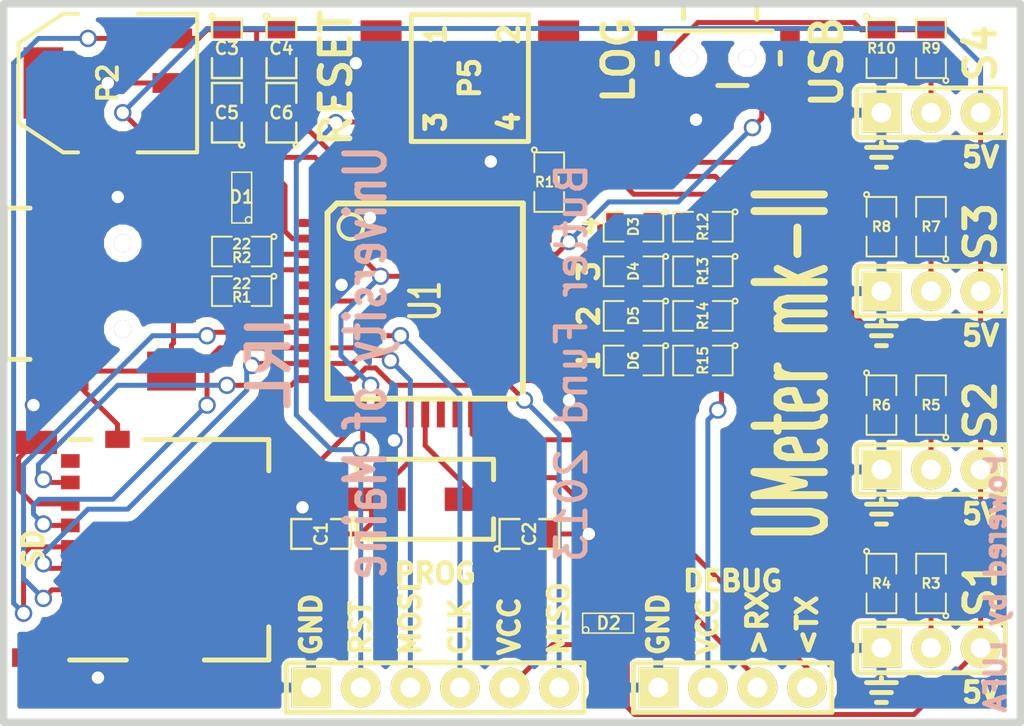
<source format=kicad_pcb>
(kicad_pcb (version 3) (host pcbnew "(2013-mar-13)-testing")

  (general
    (links 105)
    (no_connects 0)
    (area 102.171499 92.519499 154.622501 129.730501)
    (thickness 1.6002)
    (drawings 45)
    (tracks 492)
    (zones 0)
    (modules 40)
    (nets 39)
  )

  (page A4)
  (layers
    (15 Front signal)
    (0 Back signal)
    (16 B.Adhes user)
    (17 F.Adhes user)
    (18 B.Paste user)
    (19 F.Paste user)
    (20 B.SilkS user)
    (21 F.SilkS user)
    (22 B.Mask user)
    (23 F.Mask user)
    (24 Dwgs.User user)
    (25 Cmts.User user)
    (26 Eco1.User user)
    (27 Eco2.User user)
    (28 Edge.Cuts user)
  )

  (setup
    (last_trace_width 0.254)
    (trace_clearance 0.2032)
    (zone_clearance 0.508)
    (zone_45_only yes)
    (trace_min 0.2032)
    (segment_width 0.254)
    (edge_width 0.381)
    (via_size 0.889)
    (via_drill 0.635)
    (via_min_size 0.03556)
    (via_min_drill 0.4064)
    (uvia_size 0.508)
    (uvia_drill 0.127)
    (uvias_allowed no)
    (uvia_min_size 0.02032)
    (uvia_min_drill 0.127)
    (pcb_text_width 0.3048)
    (pcb_text_size 1.524 2.032)
    (mod_edge_width 0.254)
    (mod_text_size 1.524 1.524)
    (mod_text_width 0.3048)
    (pad_size 1.69926 1.04902)
    (pad_drill 0)
    (pad_to_mask_clearance 0.254)
    (aux_axis_origin 102.362 92.71)
    (visible_elements 7FFFFBFF)
    (pcbplotparams
      (layerselection 284196865)
      (usegerberextensions false)
      (excludeedgelayer true)
      (linewidth 60)
      (plotframeref false)
      (viasonmask false)
      (mode 1)
      (useauxorigin true)
      (hpglpennumber 1)
      (hpglpenspeed 20)
      (hpglpendiameter 15)
      (hpglpenoverlay 0)
      (psnegative false)
      (psa4output false)
      (plotreference true)
      (plotvalue true)
      (plotothertext true)
      (plotinvisibletext false)
      (padsonsilk false)
      (subtractmaskfromsilk false)
      (outputformat 1)
      (mirror false)
      (drillshape 0)
      (scaleselection 1)
      (outputdirectory /home/kevin/Dropbox/SeniorProject/umeter_kicad/umeter_gerber/))
  )

  (net 0 "")
  (net 1 +5V)
  (net 2 /CS)
  (net 3 /DETECT)
  (net 4 /LED1)
  (net 5 /LED2)
  (net 6 /LED3)
  (net 7 /LED4)
  (net 8 /MISO)
  (net 9 /MODE)
  (net 10 /MOSI)
  (net 11 /RESET)
  (net 12 /RX)
  (net 13 /SCLK)
  (net 14 /SEN1)
  (net 15 /SEN2)
  (net 16 /SEN3)
  (net 17 /SEN4)
  (net 18 /TX)
  (net 19 GND)
  (net 20 N-0000014)
  (net 21 N-0000016)
  (net 22 N-0000020)
  (net 23 N-0000021)
  (net 24 N-0000022)
  (net 25 N-0000023)
  (net 26 N-0000024)
  (net 27 N-0000028)
  (net 28 N-0000032)
  (net 29 N-0000033)
  (net 30 N-0000035)
  (net 31 N-0000037)
  (net 32 N-0000038)
  (net 33 N-0000040)
  (net 34 N-0000043)
  (net 35 N-0000044)
  (net 36 N-0000045)
  (net 37 N-0000047)
  (net 38 VCC)

  (net_class Default "This is the default net class."
    (clearance 0.2032)
    (trace_width 0.254)
    (via_dia 0.889)
    (via_drill 0.635)
    (uvia_dia 0.508)
    (uvia_drill 0.127)
    (add_net "")
    (add_net +5V)
    (add_net /CS)
    (add_net /DETECT)
    (add_net /LED1)
    (add_net /LED2)
    (add_net /LED3)
    (add_net /LED4)
    (add_net /MISO)
    (add_net /MODE)
    (add_net /MOSI)
    (add_net /RESET)
    (add_net /RX)
    (add_net /SCLK)
    (add_net /SEN1)
    (add_net /SEN2)
    (add_net /SEN3)
    (add_net /SEN4)
    (add_net /TX)
    (add_net GND)
    (add_net N-0000014)
    (add_net N-0000016)
    (add_net N-0000020)
    (add_net N-0000021)
    (add_net N-0000022)
    (add_net N-0000023)
    (add_net N-0000024)
    (add_net N-0000028)
    (add_net N-0000032)
    (add_net N-0000033)
    (add_net N-0000035)
    (add_net N-0000037)
    (add_net N-0000038)
    (add_net N-0000040)
    (add_net N-0000043)
    (add_net N-0000044)
    (add_net N-0000045)
    (add_net N-0000047)
    (add_net VCC)
  )

  (module TQFP44 (layer Front) (tedit 51531937) (tstamp 5123BDE0)
    (at 123.952 107.95)
    (path /50AA9C20)
    (attr smd)
    (fp_text reference U1 (at 0 0 90) (layer F.SilkS)
      (effects (font (size 1.524 1.016) (thickness 0.2032)))
    )
    (fp_text value ATMEGA32U4 (at 0 0 90) (layer F.SilkS) hide
      (effects (font (size 1.524 1.016) (thickness 0.2032)))
    )
    (fp_line (start 5.0038 -5.0038) (end 5.0038 5.0038) (layer F.SilkS) (width 0.3048))
    (fp_line (start 5.0038 5.0038) (end -5.0038 5.0038) (layer F.SilkS) (width 0.3048))
    (fp_line (start -5.0038 -4.5212) (end -5.0038 5.0038) (layer F.SilkS) (width 0.3048))
    (fp_line (start -4.5212 -5.0038) (end 5.0038 -5.0038) (layer F.SilkS) (width 0.3048))
    (fp_line (start -5.0038 -4.5212) (end -4.5212 -5.0038) (layer F.SilkS) (width 0.3048))
    (fp_circle (center -3.81 -3.81) (end -3.81 -3.175) (layer F.SilkS) (width 0.2032))
    (pad 39 smd rect (at 0 -5.715) (size 0.4064 1.524)
      (layers Front F.Paste F.Mask)
      (net 15 /SEN2)
    )
    (pad 40 smd rect (at -0.8001 -5.715) (size 0.4064 1.524)
      (layers Front F.Paste F.Mask)
      (net 16 /SEN3)
    )
    (pad 41 smd rect (at -1.6002 -5.715) (size 0.4064 1.524)
      (layers Front F.Paste F.Mask)
      (net 17 /SEN4)
    )
    (pad 42 smd rect (at -2.4003 -5.715) (size 0.4064 1.524)
      (layers Front F.Paste F.Mask)
      (net 26 N-0000024)
    )
    (pad 43 smd rect (at -3.2004 -5.715) (size 0.4064 1.524)
      (layers Front F.Paste F.Mask)
      (net 19 GND)
    )
    (pad 44 smd rect (at -4.0005 -5.715) (size 0.4064 1.524)
      (layers Front F.Paste F.Mask)
      (net 38 VCC)
    )
    (pad 38 smd rect (at 0.8001 -5.715) (size 0.4064 1.524)
      (layers Front F.Paste F.Mask)
      (net 14 /SEN1)
    )
    (pad 37 smd rect (at 1.6002 -5.715) (size 0.4064 1.524)
      (layers Front F.Paste F.Mask)
    )
    (pad 36 smd rect (at 2.4003 -5.715) (size 0.4064 1.524)
      (layers Front F.Paste F.Mask)
    )
    (pad 35 smd rect (at 3.2004 -5.715) (size 0.4064 1.524)
      (layers Front F.Paste F.Mask)
      (net 19 GND)
    )
    (pad 34 smd rect (at 4.0005 -5.715) (size 0.4064 1.524)
      (layers Front F.Paste F.Mask)
      (net 38 VCC)
    )
    (pad 17 smd rect (at 0 5.715) (size 0.4064 1.524)
      (layers Front F.Paste F.Mask)
      (net 33 N-0000040)
    )
    (pad 16 smd rect (at -0.8001 5.715) (size 0.4064 1.524)
      (layers Front F.Paste F.Mask)
      (net 23 N-0000021)
    )
    (pad 15 smd rect (at -1.6002 5.715) (size 0.4064 1.524)
      (layers Front F.Paste F.Mask)
      (net 19 GND)
    )
    (pad 14 smd rect (at -2.4003 5.715) (size 0.4064 1.524)
      (layers Front F.Paste F.Mask)
      (net 38 VCC)
    )
    (pad 13 smd rect (at -3.2004 5.715) (size 0.4064 1.524)
      (layers Front F.Paste F.Mask)
      (net 11 /RESET)
    )
    (pad 12 smd rect (at -4.0005 5.715) (size 0.4064 1.524)
      (layers Front F.Paste F.Mask)
      (net 3 /DETECT)
    )
    (pad 18 smd rect (at 0.8001 5.715) (size 0.4064 1.524)
      (layers Front F.Paste F.Mask)
    )
    (pad 19 smd rect (at 1.6002 5.715) (size 0.4064 1.524)
      (layers Front F.Paste F.Mask)
    )
    (pad 20 smd rect (at 2.4003 5.715) (size 0.4064 1.524)
      (layers Front F.Paste F.Mask)
      (net 12 /RX)
    )
    (pad 21 smd rect (at 3.2004 5.715) (size 0.4064 1.524)
      (layers Front F.Paste F.Mask)
      (net 18 /TX)
    )
    (pad 22 smd rect (at 4.0005 5.715) (size 0.4064 1.524)
      (layers Front F.Paste F.Mask)
    )
    (pad 6 smd rect (at -5.715 0) (size 1.524 0.4064)
      (layers Front F.Paste F.Mask)
      (net 38 VCC)
    )
    (pad 28 smd rect (at 5.715 0) (size 1.524 0.4064)
      (layers Front F.Paste F.Mask)
      (net 5 /LED2)
    )
    (pad 7 smd rect (at -5.715 0.8001) (size 1.524 0.4064)
      (layers Front F.Paste F.Mask)
      (net 1 +5V)
    )
    (pad 27 smd rect (at 5.715 0.8001) (size 1.524 0.4064)
      (layers Front F.Paste F.Mask)
      (net 4 /LED1)
    )
    (pad 26 smd rect (at 5.715 1.6002) (size 1.524 0.4064)
      (layers Front F.Paste F.Mask)
    )
    (pad 8 smd rect (at -5.715 1.6002) (size 1.524 0.4064)
      (layers Front F.Paste F.Mask)
      (net 2 /CS)
    )
    (pad 9 smd rect (at -5.715 2.4003) (size 1.524 0.4064)
      (layers Front F.Paste F.Mask)
      (net 13 /SCLK)
    )
    (pad 25 smd rect (at 5.715 2.4003) (size 1.524 0.4064)
      (layers Front F.Paste F.Mask)
    )
    (pad 24 smd rect (at 5.715 3.2004) (size 1.524 0.4064)
      (layers Front F.Paste F.Mask)
      (net 38 VCC)
    )
    (pad 10 smd rect (at -5.715 3.2004) (size 1.524 0.4064)
      (layers Front F.Paste F.Mask)
      (net 10 /MOSI)
    )
    (pad 11 smd rect (at -5.715 4.0005) (size 1.524 0.4064)
      (layers Front F.Paste F.Mask)
      (net 8 /MISO)
    )
    (pad 23 smd rect (at 5.715 4.0005) (size 1.524 0.4064)
      (layers Front F.Paste F.Mask)
      (net 19 GND)
    )
    (pad 29 smd rect (at 5.715 -0.8001) (size 1.524 0.4064)
      (layers Front F.Paste F.Mask)
      (net 6 /LED3)
    )
    (pad 5 smd rect (at -5.715 -0.8001) (size 1.524 0.4064)
      (layers Front F.Paste F.Mask)
      (net 19 GND)
    )
    (pad 4 smd rect (at -5.715 -1.6002) (size 1.524 0.4064)
      (layers Front F.Paste F.Mask)
      (net 27 N-0000028)
    )
    (pad 30 smd rect (at 5.715 -1.6002) (size 1.524 0.4064)
      (layers Front F.Paste F.Mask)
      (net 7 /LED4)
    )
    (pad 31 smd rect (at 5.715 -2.4003) (size 1.524 0.4064)
      (layers Front F.Paste F.Mask)
      (net 9 /MODE)
    )
    (pad 3 smd rect (at -5.715 -2.4003) (size 1.524 0.4064)
      (layers Front F.Paste F.Mask)
      (net 22 N-0000020)
    )
    (pad 2 smd rect (at -5.715 -3.2004) (size 1.524 0.4064)
      (layers Front F.Paste F.Mask)
      (net 1 +5V)
    )
    (pad 32 smd rect (at 5.715 -3.2004) (size 1.524 0.4064)
      (layers Front F.Paste F.Mask)
    )
    (pad 33 smd rect (at 5.715 -4.0005) (size 1.524 0.4064)
      (layers Front F.Paste F.Mask)
      (net 21 N-0000016)
    )
    (pad 1 smd rect (at -5.715 -4.0005) (size 1.524 0.4064)
      (layers Front F.Paste F.Mask)
    )
  )

  (module SOT223 (layer Front) (tedit 51531422) (tstamp 5122705D)
    (at 107.696 96.774 90)
    (descr "module CMS SOT223 4 pins")
    (tags "CMS SOT")
    (path /511D52E7)
    (attr smd)
    (fp_text reference P2 (at 0 0 90) (layer F.SilkS)
      (effects (font (size 1.016 1.016) (thickness 0.2032)))
    )
    (fp_text value MCP1825 (at 0 0 90) (layer F.SilkS) hide
      (effects (font (size 1.016 1.016) (thickness 0.2032)))
    )
    (fp_line (start -3.556 1.524) (end -3.556 4.572) (layer F.SilkS) (width 0.2032))
    (fp_line (start -3.556 4.572) (end 3.556 4.572) (layer F.SilkS) (width 0.2032))
    (fp_line (start 3.556 4.572) (end 3.556 1.524) (layer F.SilkS) (width 0.2032))
    (fp_line (start -3.556 -1.524) (end -3.556 -2.286) (layer F.SilkS) (width 0.2032))
    (fp_line (start -3.556 -2.286) (end -2.032 -4.572) (layer F.SilkS) (width 0.2032))
    (fp_line (start -2.032 -4.572) (end 2.032 -4.572) (layer F.SilkS) (width 0.2032))
    (fp_line (start 2.032 -4.572) (end 3.556 -2.286) (layer F.SilkS) (width 0.2032))
    (fp_line (start 3.556 -2.286) (end 3.556 -1.524) (layer F.SilkS) (width 0.2032))
    (pad 4 smd rect (at 0 -3.302 90) (size 3.6576 2.032)
      (layers Front F.Paste F.Mask)
      (net 19 GND)
    )
    (pad 2 smd rect (at 0 3.302 90) (size 1.016 2.032)
      (layers Front F.Paste F.Mask)
      (net 19 GND)
    )
    (pad 3 smd rect (at 2.286 3.302 90) (size 1.016 2.032)
      (layers Front F.Paste F.Mask)
      (net 38 VCC)
    )
    (pad 1 smd rect (at -2.286 3.302 90) (size 1.016 2.032)
      (layers Front F.Paste F.Mask)
      (net 1 +5V)
    )
    (model smd/SOT223.wrl
      (at (xyz 0 0 0))
      (scale (xyz 0.4 0.4 0.4))
      (rotate (xyz 0 0 0))
    )
  )

  (module SM0805 (layer Front) (tedit 514A697C) (tstamp 5122704C)
    (at 116.586 94.996 270)
    (path /50AAA5B8)
    (attr smd)
    (fp_text reference C4 (at 0 0 360) (layer F.SilkS)
      (effects (font (size 0.635 0.635) (thickness 0.127)))
    )
    (fp_text value 10uF (at 0 0 270) (layer F.SilkS) hide
      (effects (font (size 0.635 0.635) (thickness 0.127)))
    )
    (fp_circle (center -1.651 0.762) (end -1.651 0.635) (layer F.SilkS) (width 0.127))
    (fp_line (start -0.508 0.762) (end -1.524 0.762) (layer F.SilkS) (width 0.127))
    (fp_line (start -1.524 0.762) (end -1.524 -0.762) (layer F.SilkS) (width 0.127))
    (fp_line (start -1.524 -0.762) (end -0.508 -0.762) (layer F.SilkS) (width 0.127))
    (fp_line (start 0.508 -0.762) (end 1.524 -0.762) (layer F.SilkS) (width 0.127))
    (fp_line (start 1.524 -0.762) (end 1.524 0.762) (layer F.SilkS) (width 0.127))
    (fp_line (start 1.524 0.762) (end 0.508 0.762) (layer F.SilkS) (width 0.127))
    (pad 1 smd rect (at -0.9525 0 270) (size 0.889 1.397)
      (layers Front F.Paste F.Mask)
      (net 38 VCC)
    )
    (pad 2 smd rect (at 0.9525 0 270) (size 0.889 1.397)
      (layers Front F.Paste F.Mask)
      (net 19 GND)
    )
    (model smd/chip_cms.wrl
      (at (xyz 0 0 0))
      (scale (xyz 0.1 0.1 0.1))
      (rotate (xyz 0 0 0))
    )
  )

  (module SM0805 (layer Front) (tedit 514A6975) (tstamp 51227006)
    (at 116.586 98.298 90)
    (path /50B3A1EE)
    (attr smd)
    (fp_text reference C6 (at 0 0 180) (layer F.SilkS)
      (effects (font (size 0.635 0.635) (thickness 0.127)))
    )
    (fp_text value 1uF (at 0 0 90) (layer F.SilkS) hide
      (effects (font (size 0.635 0.635) (thickness 0.127)))
    )
    (fp_circle (center -1.651 0.762) (end -1.651 0.635) (layer F.SilkS) (width 0.127))
    (fp_line (start -0.508 0.762) (end -1.524 0.762) (layer F.SilkS) (width 0.127))
    (fp_line (start -1.524 0.762) (end -1.524 -0.762) (layer F.SilkS) (width 0.127))
    (fp_line (start -1.524 -0.762) (end -0.508 -0.762) (layer F.SilkS) (width 0.127))
    (fp_line (start 0.508 -0.762) (end 1.524 -0.762) (layer F.SilkS) (width 0.127))
    (fp_line (start 1.524 -0.762) (end 1.524 0.762) (layer F.SilkS) (width 0.127))
    (fp_line (start 1.524 0.762) (end 0.508 0.762) (layer F.SilkS) (width 0.127))
    (pad 1 smd rect (at -0.9525 0 90) (size 0.889 1.397)
      (layers Front F.Paste F.Mask)
      (net 26 N-0000024)
    )
    (pad 2 smd rect (at 0.9525 0 90) (size 0.889 1.397)
      (layers Front F.Paste F.Mask)
      (net 19 GND)
    )
    (model smd/chip_cms.wrl
      (at (xyz 0 0 0))
      (scale (xyz 0.1 0.1 0.1))
      (rotate (xyz 0 0 0))
    )
  )

  (module SM0805 (layer Front) (tedit 514A6F56) (tstamp 51226FDC)
    (at 129.286 119.888)
    (path /50AA9FA8)
    (attr smd)
    (fp_text reference C2 (at 0 0 90) (layer F.SilkS)
      (effects (font (size 0.635 0.635) (thickness 0.127)))
    )
    (fp_text value 10pF (at 0 0) (layer F.SilkS) hide
      (effects (font (size 0.635 0.635) (thickness 0.127)))
    )
    (fp_circle (center -1.651 0.762) (end -1.651 0.635) (layer F.SilkS) (width 0.127))
    (fp_line (start -0.508 0.762) (end -1.524 0.762) (layer F.SilkS) (width 0.127))
    (fp_line (start -1.524 0.762) (end -1.524 -0.762) (layer F.SilkS) (width 0.127))
    (fp_line (start -1.524 -0.762) (end -0.508 -0.762) (layer F.SilkS) (width 0.127))
    (fp_line (start 0.508 -0.762) (end 1.524 -0.762) (layer F.SilkS) (width 0.127))
    (fp_line (start 1.524 -0.762) (end 1.524 0.762) (layer F.SilkS) (width 0.127))
    (fp_line (start 1.524 0.762) (end 0.508 0.762) (layer F.SilkS) (width 0.127))
    (pad 1 smd rect (at -0.9525 0) (size 0.889 1.397)
      (layers Front F.Paste F.Mask)
      (net 33 N-0000040)
    )
    (pad 2 smd rect (at 0.9525 0) (size 0.889 1.397)
      (layers Front F.Paste F.Mask)
      (net 19 GND)
    )
    (model smd/chip_cms.wrl
      (at (xyz 0 0 0))
      (scale (xyz 0.1 0.1 0.1))
      (rotate (xyz 0 0 0))
    )
  )

  (module SM0805 (layer Front) (tedit 514A6978) (tstamp 51226FCE)
    (at 113.792 98.298 90)
    (path /50AAA541)
    (attr smd)
    (fp_text reference C5 (at 0 0 180) (layer F.SilkS)
      (effects (font (size 0.635 0.635) (thickness 0.127)))
    )
    (fp_text value 1uF (at 0 0 90) (layer F.SilkS) hide
      (effects (font (size 0.635 0.635) (thickness 0.127)))
    )
    (fp_circle (center -1.651 0.762) (end -1.651 0.635) (layer F.SilkS) (width 0.127))
    (fp_line (start -0.508 0.762) (end -1.524 0.762) (layer F.SilkS) (width 0.127))
    (fp_line (start -1.524 0.762) (end -1.524 -0.762) (layer F.SilkS) (width 0.127))
    (fp_line (start -1.524 -0.762) (end -0.508 -0.762) (layer F.SilkS) (width 0.127))
    (fp_line (start 0.508 -0.762) (end 1.524 -0.762) (layer F.SilkS) (width 0.127))
    (fp_line (start 1.524 -0.762) (end 1.524 0.762) (layer F.SilkS) (width 0.127))
    (fp_line (start 1.524 0.762) (end 0.508 0.762) (layer F.SilkS) (width 0.127))
    (pad 1 smd rect (at -0.9525 0 90) (size 0.889 1.397)
      (layers Front F.Paste F.Mask)
      (net 1 +5V)
    )
    (pad 2 smd rect (at 0.9525 0 90) (size 0.889 1.397)
      (layers Front F.Paste F.Mask)
      (net 19 GND)
    )
    (model smd/chip_cms.wrl
      (at (xyz 0 0 0))
      (scale (xyz 0.1 0.1 0.1))
      (rotate (xyz 0 0 0))
    )
  )

  (module SM0805 (layer Front) (tedit 514A697A) (tstamp 51226FA4)
    (at 113.792 94.996 270)
    (path /50AAA59B)
    (attr smd)
    (fp_text reference C3 (at 0 0 360) (layer F.SilkS)
      (effects (font (size 0.635 0.635) (thickness 0.127)))
    )
    (fp_text value 1uF (at 0 0 270) (layer F.SilkS) hide
      (effects (font (size 0.635 0.635) (thickness 0.127)))
    )
    (fp_circle (center -1.651 0.762) (end -1.651 0.635) (layer F.SilkS) (width 0.127))
    (fp_line (start -0.508 0.762) (end -1.524 0.762) (layer F.SilkS) (width 0.127))
    (fp_line (start -1.524 0.762) (end -1.524 -0.762) (layer F.SilkS) (width 0.127))
    (fp_line (start -1.524 -0.762) (end -0.508 -0.762) (layer F.SilkS) (width 0.127))
    (fp_line (start 0.508 -0.762) (end 1.524 -0.762) (layer F.SilkS) (width 0.127))
    (fp_line (start 1.524 -0.762) (end 1.524 0.762) (layer F.SilkS) (width 0.127))
    (fp_line (start 1.524 0.762) (end 0.508 0.762) (layer F.SilkS) (width 0.127))
    (pad 1 smd rect (at -0.9525 0 270) (size 0.889 1.397)
      (layers Front F.Paste F.Mask)
      (net 38 VCC)
    )
    (pad 2 smd rect (at 0.9525 0 270) (size 0.889 1.397)
      (layers Front F.Paste F.Mask)
      (net 19 GND)
    )
    (model smd/chip_cms.wrl
      (at (xyz 0 0 0))
      (scale (xyz 0.1 0.1 0.1))
      (rotate (xyz 0 0 0))
    )
  )

  (module SM0805 (layer Front) (tedit 514A6F59) (tstamp 51226F96)
    (at 118.618 119.888 180)
    (path /50AA9F9B)
    (attr smd)
    (fp_text reference C1 (at 0 0 270) (layer F.SilkS)
      (effects (font (size 0.635 0.635) (thickness 0.127)))
    )
    (fp_text value 10pF (at 0 0 180) (layer F.SilkS) hide
      (effects (font (size 0.635 0.635) (thickness 0.127)))
    )
    (fp_circle (center -1.651 0.762) (end -1.651 0.635) (layer F.SilkS) (width 0.127))
    (fp_line (start -0.508 0.762) (end -1.524 0.762) (layer F.SilkS) (width 0.127))
    (fp_line (start -1.524 0.762) (end -1.524 -0.762) (layer F.SilkS) (width 0.127))
    (fp_line (start -1.524 -0.762) (end -0.508 -0.762) (layer F.SilkS) (width 0.127))
    (fp_line (start 0.508 -0.762) (end 1.524 -0.762) (layer F.SilkS) (width 0.127))
    (fp_line (start 1.524 -0.762) (end 1.524 0.762) (layer F.SilkS) (width 0.127))
    (fp_line (start 1.524 0.762) (end 0.508 0.762) (layer F.SilkS) (width 0.127))
    (pad 1 smd rect (at -0.9525 0 180) (size 0.889 1.397)
      (layers Front F.Paste F.Mask)
      (net 23 N-0000021)
    )
    (pad 2 smd rect (at 0.9525 0 180) (size 0.889 1.397)
      (layers Front F.Paste F.Mask)
      (net 19 GND)
    )
    (model smd/chip_cms.wrl
      (at (xyz 0 0 0))
      (scale (xyz 0.1 0.1 0.1))
      (rotate (xyz 0 0 0))
    )
  )

  (module SM0805 (layer Front) (tedit 514A6FD5) (tstamp 51229C8F)
    (at 138.176 108.712 180)
    (path /50F5B71C)
    (attr smd)
    (fp_text reference R14 (at 0 0 270) (layer F.SilkS)
      (effects (font (size 0.50038 0.50038) (thickness 0.10922)))
    )
    (fp_text value 1k (at 0 0.381 180) (layer F.SilkS) hide
      (effects (font (size 0.50038 0.50038) (thickness 0.10922)))
    )
    (fp_circle (center -1.651 0.762) (end -1.651 0.635) (layer F.SilkS) (width 0.09906))
    (fp_line (start -0.508 0.762) (end -1.524 0.762) (layer F.SilkS) (width 0.09906))
    (fp_line (start -1.524 0.762) (end -1.524 -0.762) (layer F.SilkS) (width 0.09906))
    (fp_line (start -1.524 -0.762) (end -0.508 -0.762) (layer F.SilkS) (width 0.09906))
    (fp_line (start 0.508 -0.762) (end 1.524 -0.762) (layer F.SilkS) (width 0.09906))
    (fp_line (start 1.524 -0.762) (end 1.524 0.762) (layer F.SilkS) (width 0.09906))
    (fp_line (start 1.524 0.762) (end 0.508 0.762) (layer F.SilkS) (width 0.09906))
    (pad 1 smd rect (at -0.9525 0 180) (size 0.889 1.397)
      (layers Front F.Paste F.Mask)
      (net 38 VCC)
    )
    (pad 2 smd rect (at 0.9525 0 180) (size 0.889 1.397)
      (layers Front F.Paste F.Mask)
      (net 36 N-0000045)
    )
    (model smd/chip_cms.wrl
      (at (xyz 0 0 0))
      (scale (xyz 0.1 0.1 0.1))
      (rotate (xyz 0 0 0))
    )
  )

  (module SM0805 (layer Front) (tedit 514A6C2F) (tstamp 51229C9C)
    (at 147.32 94.996 270)
    (path /511E9600)
    (attr smd)
    (fp_text reference R10 (at 0 0 360) (layer F.SilkS)
      (effects (font (size 0.50038 0.50038) (thickness 0.10922)))
    )
    (fp_text value 100k (at 0 0.381 270) (layer F.SilkS) hide
      (effects (font (size 0.50038 0.50038) (thickness 0.10922)))
    )
    (fp_circle (center -1.651 0.762) (end -1.651 0.635) (layer F.SilkS) (width 0.09906))
    (fp_line (start -0.508 0.762) (end -1.524 0.762) (layer F.SilkS) (width 0.09906))
    (fp_line (start -1.524 0.762) (end -1.524 -0.762) (layer F.SilkS) (width 0.09906))
    (fp_line (start -1.524 -0.762) (end -0.508 -0.762) (layer F.SilkS) (width 0.09906))
    (fp_line (start 0.508 -0.762) (end 1.524 -0.762) (layer F.SilkS) (width 0.09906))
    (fp_line (start 1.524 -0.762) (end 1.524 0.762) (layer F.SilkS) (width 0.09906))
    (fp_line (start 1.524 0.762) (end 0.508 0.762) (layer F.SilkS) (width 0.09906))
    (pad 1 smd rect (at -0.9525 0 270) (size 0.889 1.397)
      (layers Front F.Paste F.Mask)
      (net 17 /SEN4)
    )
    (pad 2 smd rect (at 0.9525 0 270) (size 0.889 1.397)
      (layers Front F.Paste F.Mask)
      (net 19 GND)
    )
    (model smd/chip_cms.wrl
      (at (xyz 0 0 0))
      (scale (xyz 0.1 0.1 0.1))
      (rotate (xyz 0 0 0))
    )
  )

  (module SM0805 (layer Front) (tedit 514A6C20) (tstamp 51229CA9)
    (at 130.302 101.854 270)
    (path /50B39CA4)
    (attr smd)
    (fp_text reference R11 (at 0 0 360) (layer F.SilkS)
      (effects (font (size 0.50038 0.50038) (thickness 0.10922)))
    )
    (fp_text value 1k (at 0 0.381 270) (layer F.SilkS) hide
      (effects (font (size 0.50038 0.50038) (thickness 0.10922)))
    )
    (fp_circle (center -1.651 0.762) (end -1.651 0.635) (layer F.SilkS) (width 0.09906))
    (fp_line (start -0.508 0.762) (end -1.524 0.762) (layer F.SilkS) (width 0.09906))
    (fp_line (start -1.524 0.762) (end -1.524 -0.762) (layer F.SilkS) (width 0.09906))
    (fp_line (start -1.524 -0.762) (end -0.508 -0.762) (layer F.SilkS) (width 0.09906))
    (fp_line (start 0.508 -0.762) (end 1.524 -0.762) (layer F.SilkS) (width 0.09906))
    (fp_line (start 1.524 -0.762) (end 1.524 0.762) (layer F.SilkS) (width 0.09906))
    (fp_line (start 1.524 0.762) (end 0.508 0.762) (layer F.SilkS) (width 0.09906))
    (pad 1 smd rect (at -0.9525 0 270) (size 0.889 1.397)
      (layers Front F.Paste F.Mask)
      (net 19 GND)
    )
    (pad 2 smd rect (at 0.9525 0 270) (size 0.889 1.397)
      (layers Front F.Paste F.Mask)
      (net 21 N-0000016)
    )
    (model smd/chip_cms.wrl
      (at (xyz 0 0 0))
      (scale (xyz 0.1 0.1 0.1))
      (rotate (xyz 0 0 0))
    )
  )

  (module SM0805 (layer Front) (tedit 514A6C16) (tstamp 51229CB6)
    (at 147.32 104.14 270)
    (path /511E95CD)
    (attr smd)
    (fp_text reference R8 (at 0 0 360) (layer F.SilkS)
      (effects (font (size 0.50038 0.50038) (thickness 0.10922)))
    )
    (fp_text value 100k (at 0 0.381 270) (layer F.SilkS) hide
      (effects (font (size 0.50038 0.50038) (thickness 0.10922)))
    )
    (fp_circle (center -1.651 0.762) (end -1.651 0.635) (layer F.SilkS) (width 0.09906))
    (fp_line (start -0.508 0.762) (end -1.524 0.762) (layer F.SilkS) (width 0.09906))
    (fp_line (start -1.524 0.762) (end -1.524 -0.762) (layer F.SilkS) (width 0.09906))
    (fp_line (start -1.524 -0.762) (end -0.508 -0.762) (layer F.SilkS) (width 0.09906))
    (fp_line (start 0.508 -0.762) (end 1.524 -0.762) (layer F.SilkS) (width 0.09906))
    (fp_line (start 1.524 -0.762) (end 1.524 0.762) (layer F.SilkS) (width 0.09906))
    (fp_line (start 1.524 0.762) (end 0.508 0.762) (layer F.SilkS) (width 0.09906))
    (pad 1 smd rect (at -0.9525 0 270) (size 0.889 1.397)
      (layers Front F.Paste F.Mask)
      (net 16 /SEN3)
    )
    (pad 2 smd rect (at 0.9525 0 270) (size 0.889 1.397)
      (layers Front F.Paste F.Mask)
      (net 19 GND)
    )
    (model smd/chip_cms.wrl
      (at (xyz 0 0 0))
      (scale (xyz 0.1 0.1 0.1))
      (rotate (xyz 0 0 0))
    )
  )

  (module SM0805 (layer Front) (tedit 514A6C0B) (tstamp 514A6CF3)
    (at 149.86 94.996 90)
    (path /511E9606)
    (attr smd)
    (fp_text reference R9 (at 0 0 180) (layer F.SilkS)
      (effects (font (size 0.50038 0.50038) (thickness 0.10922)))
    )
    (fp_text value 100k (at 0 0.381 90) (layer F.SilkS) hide
      (effects (font (size 0.50038 0.50038) (thickness 0.10922)))
    )
    (fp_circle (center -1.651 0.762) (end -1.651 0.635) (layer F.SilkS) (width 0.09906))
    (fp_line (start -0.508 0.762) (end -1.524 0.762) (layer F.SilkS) (width 0.09906))
    (fp_line (start -1.524 0.762) (end -1.524 -0.762) (layer F.SilkS) (width 0.09906))
    (fp_line (start -1.524 -0.762) (end -0.508 -0.762) (layer F.SilkS) (width 0.09906))
    (fp_line (start 0.508 -0.762) (end 1.524 -0.762) (layer F.SilkS) (width 0.09906))
    (fp_line (start 1.524 -0.762) (end 1.524 0.762) (layer F.SilkS) (width 0.09906))
    (fp_line (start 1.524 0.762) (end 0.508 0.762) (layer F.SilkS) (width 0.09906))
    (pad 1 smd rect (at -0.9525 0 90) (size 0.889 1.397)
      (layers Front F.Paste F.Mask)
      (net 32 N-0000038)
    )
    (pad 2 smd rect (at 0.9525 0 90) (size 0.889 1.397)
      (layers Front F.Paste F.Mask)
      (net 17 /SEN4)
    )
    (model smd/chip_cms.wrl
      (at (xyz 0 0 0))
      (scale (xyz 0.1 0.1 0.1))
      (rotate (xyz 0 0 0))
    )
  )

  (module SM0805 (layer Front) (tedit 514A6BF8) (tstamp 51229CD0)
    (at 147.32 113.284 270)
    (path /511E959A)
    (attr smd)
    (fp_text reference R6 (at 0 0 360) (layer F.SilkS)
      (effects (font (size 0.50038 0.50038) (thickness 0.10922)))
    )
    (fp_text value 100k (at 0 0.381 270) (layer F.SilkS) hide
      (effects (font (size 0.50038 0.50038) (thickness 0.10922)))
    )
    (fp_circle (center -1.651 0.762) (end -1.651 0.635) (layer F.SilkS) (width 0.09906))
    (fp_line (start -0.508 0.762) (end -1.524 0.762) (layer F.SilkS) (width 0.09906))
    (fp_line (start -1.524 0.762) (end -1.524 -0.762) (layer F.SilkS) (width 0.09906))
    (fp_line (start -1.524 -0.762) (end -0.508 -0.762) (layer F.SilkS) (width 0.09906))
    (fp_line (start 0.508 -0.762) (end 1.524 -0.762) (layer F.SilkS) (width 0.09906))
    (fp_line (start 1.524 -0.762) (end 1.524 0.762) (layer F.SilkS) (width 0.09906))
    (fp_line (start 1.524 0.762) (end 0.508 0.762) (layer F.SilkS) (width 0.09906))
    (pad 1 smd rect (at -0.9525 0 270) (size 0.889 1.397)
      (layers Front F.Paste F.Mask)
      (net 15 /SEN2)
    )
    (pad 2 smd rect (at 0.9525 0 270) (size 0.889 1.397)
      (layers Front F.Paste F.Mask)
      (net 19 GND)
    )
    (model smd/chip_cms.wrl
      (at (xyz 0 0 0))
      (scale (xyz 0.1 0.1 0.1))
      (rotate (xyz 0 0 0))
    )
  )

  (module SM0805 (layer Front) (tedit 5151C6D3) (tstamp 514A6C40)
    (at 149.86 104.14 90)
    (path /511E95D3)
    (attr smd)
    (fp_text reference R7 (at 0 0 180) (layer F.SilkS)
      (effects (font (size 0.50038 0.50038) (thickness 0.10922)))
    )
    (fp_text value 100k (at 0 0.381 90) (layer F.SilkS) hide
      (effects (font (size 0.50038 0.50038) (thickness 0.10922)))
    )
    (fp_circle (center -1.651 0.762) (end -1.651 0.635) (layer F.SilkS) (width 0.09906))
    (fp_line (start -0.508 0.762) (end -1.524 0.762) (layer F.SilkS) (width 0.09906))
    (fp_line (start -1.524 0.762) (end -1.524 -0.762) (layer F.SilkS) (width 0.09906))
    (fp_line (start -1.524 -0.762) (end -0.508 -0.762) (layer F.SilkS) (width 0.09906))
    (fp_line (start 0.508 -0.762) (end 1.524 -0.762) (layer F.SilkS) (width 0.09906))
    (fp_line (start 1.524 -0.762) (end 1.524 0.762) (layer F.SilkS) (width 0.09906))
    (fp_line (start 1.524 0.762) (end 0.508 0.762) (layer F.SilkS) (width 0.09906))
    (pad 1 smd rect (at -0.9525 0 90) (size 0.889 1.397)
      (layers Front F.Paste F.Mask)
      (net 30 N-0000035)
    )
    (pad 2 smd rect (at 0.9525 0 90) (size 0.889 1.397)
      (layers Front F.Paste F.Mask)
      (net 16 /SEN3)
    )
    (model smd/chip_cms.wrl
      (at (xyz 0 0 0))
      (scale (xyz 0.1 0.1 0.1))
      (rotate (xyz 0 0 0))
    )
  )

  (module SM0805 (layer Front) (tedit 514A6F74) (tstamp 51229CEA)
    (at 114.554 105.41 180)
    (path /50AAA006)
    (attr smd)
    (fp_text reference R2 (at 0 -0.3175 180) (layer F.SilkS)
      (effects (font (size 0.50038 0.50038) (thickness 0.10922)))
    )
    (fp_text value 22 (at 0 0.381 180) (layer F.SilkS)
      (effects (font (size 0.50038 0.50038) (thickness 0.10922)))
    )
    (fp_circle (center -1.651 0.762) (end -1.651 0.635) (layer F.SilkS) (width 0.09906))
    (fp_line (start -0.508 0.762) (end -1.524 0.762) (layer F.SilkS) (width 0.09906))
    (fp_line (start -1.524 0.762) (end -1.524 -0.762) (layer F.SilkS) (width 0.09906))
    (fp_line (start -1.524 -0.762) (end -0.508 -0.762) (layer F.SilkS) (width 0.09906))
    (fp_line (start 0.508 -0.762) (end 1.524 -0.762) (layer F.SilkS) (width 0.09906))
    (fp_line (start 1.524 -0.762) (end 1.524 0.762) (layer F.SilkS) (width 0.09906))
    (fp_line (start 1.524 0.762) (end 0.508 0.762) (layer F.SilkS) (width 0.09906))
    (pad 1 smd rect (at -0.9525 0 180) (size 0.889 1.397)
      (layers Front F.Paste F.Mask)
      (net 22 N-0000020)
    )
    (pad 2 smd rect (at 0.9525 0 180) (size 0.889 1.397)
      (layers Front F.Paste F.Mask)
      (net 24 N-0000022)
    )
    (model smd/chip_cms.wrl
      (at (xyz 0 0 0))
      (scale (xyz 0.1 0.1 0.1))
      (rotate (xyz 0 0 0))
    )
  )

  (module SM0805 (layer Front) (tedit 5091495C) (tstamp 51229CF7)
    (at 114.554 107.442 180)
    (path /50AAA012)
    (attr smd)
    (fp_text reference R1 (at 0 -0.3175 180) (layer F.SilkS)
      (effects (font (size 0.50038 0.50038) (thickness 0.10922)))
    )
    (fp_text value 22 (at 0 0.381 180) (layer F.SilkS)
      (effects (font (size 0.50038 0.50038) (thickness 0.10922)))
    )
    (fp_circle (center -1.651 0.762) (end -1.651 0.635) (layer F.SilkS) (width 0.09906))
    (fp_line (start -0.508 0.762) (end -1.524 0.762) (layer F.SilkS) (width 0.09906))
    (fp_line (start -1.524 0.762) (end -1.524 -0.762) (layer F.SilkS) (width 0.09906))
    (fp_line (start -1.524 -0.762) (end -0.508 -0.762) (layer F.SilkS) (width 0.09906))
    (fp_line (start 0.508 -0.762) (end 1.524 -0.762) (layer F.SilkS) (width 0.09906))
    (fp_line (start 1.524 -0.762) (end 1.524 0.762) (layer F.SilkS) (width 0.09906))
    (fp_line (start 1.524 0.762) (end 0.508 0.762) (layer F.SilkS) (width 0.09906))
    (pad 1 smd rect (at -0.9525 0 180) (size 0.889 1.397)
      (layers Front F.Paste F.Mask)
      (net 27 N-0000028)
    )
    (pad 2 smd rect (at 0.9525 0 180) (size 0.889 1.397)
      (layers Front F.Paste F.Mask)
      (net 25 N-0000023)
    )
    (model smd/chip_cms.wrl
      (at (xyz 0 0 0))
      (scale (xyz 0.1 0.1 0.1))
      (rotate (xyz 0 0 0))
    )
  )

  (module SM0805 (layer Front) (tedit 5150B058) (tstamp 51229D04)
    (at 149.86 113.284 90)
    (path /511E95A0)
    (attr smd)
    (fp_text reference R5 (at 0 0 180) (layer F.SilkS)
      (effects (font (size 0.50038 0.50038) (thickness 0.10922)))
    )
    (fp_text value 100k (at 0 0.381 90) (layer F.SilkS) hide
      (effects (font (size 0.50038 0.50038) (thickness 0.10922)))
    )
    (fp_circle (center -1.651 0.762) (end -1.651 0.635) (layer F.SilkS) (width 0.09906))
    (fp_line (start -0.508 0.762) (end -1.524 0.762) (layer F.SilkS) (width 0.09906))
    (fp_line (start -1.524 0.762) (end -1.524 -0.762) (layer F.SilkS) (width 0.09906))
    (fp_line (start -1.524 -0.762) (end -0.508 -0.762) (layer F.SilkS) (width 0.09906))
    (fp_line (start 0.508 -0.762) (end 1.524 -0.762) (layer F.SilkS) (width 0.09906))
    (fp_line (start 1.524 -0.762) (end 1.524 0.762) (layer F.SilkS) (width 0.09906))
    (fp_line (start 1.524 0.762) (end 0.508 0.762) (layer F.SilkS) (width 0.09906))
    (pad 1 smd rect (at -0.9525 0 90) (size 0.889 1.397)
      (layers Front F.Paste F.Mask)
      (net 20 N-0000014)
    )
    (pad 2 smd rect (at 0.9525 0 90) (size 0.889 1.397)
      (layers Front F.Paste F.Mask)
      (net 15 /SEN2)
    )
    (model smd/chip_cms.wrl
      (at (xyz 0 0 0))
      (scale (xyz 0.1 0.1 0.1))
      (rotate (xyz 0 0 0))
    )
  )

  (module SM0805 (layer Front) (tedit 514A6BCD) (tstamp 51229D11)
    (at 149.86 122.428 90)
    (path /50B3F05E)
    (attr smd)
    (fp_text reference R3 (at 0 0 180) (layer F.SilkS)
      (effects (font (size 0.50038 0.50038) (thickness 0.10922)))
    )
    (fp_text value 100k (at 0 0.381 90) (layer F.SilkS) hide
      (effects (font (size 0.50038 0.50038) (thickness 0.10922)))
    )
    (fp_circle (center -1.651 0.762) (end -1.651 0.635) (layer F.SilkS) (width 0.09906))
    (fp_line (start -0.508 0.762) (end -1.524 0.762) (layer F.SilkS) (width 0.09906))
    (fp_line (start -1.524 0.762) (end -1.524 -0.762) (layer F.SilkS) (width 0.09906))
    (fp_line (start -1.524 -0.762) (end -0.508 -0.762) (layer F.SilkS) (width 0.09906))
    (fp_line (start 0.508 -0.762) (end 1.524 -0.762) (layer F.SilkS) (width 0.09906))
    (fp_line (start 1.524 -0.762) (end 1.524 0.762) (layer F.SilkS) (width 0.09906))
    (fp_line (start 1.524 0.762) (end 0.508 0.762) (layer F.SilkS) (width 0.09906))
    (pad 1 smd rect (at -0.9525 0 90) (size 0.889 1.397)
      (layers Front F.Paste F.Mask)
      (net 31 N-0000037)
    )
    (pad 2 smd rect (at 0.9525 0 90) (size 0.889 1.397)
      (layers Front F.Paste F.Mask)
      (net 14 /SEN1)
    )
    (model smd/chip_cms.wrl
      (at (xyz 0 0 0))
      (scale (xyz 0.1 0.1 0.1))
      (rotate (xyz 0 0 0))
    )
  )

  (module SM0805 (layer Front) (tedit 514A6BCF) (tstamp 51229D1E)
    (at 147.32 122.428 270)
    (path /50B3F06C)
    (attr smd)
    (fp_text reference R4 (at 0 0 360) (layer F.SilkS)
      (effects (font (size 0.50038 0.50038) (thickness 0.10922)))
    )
    (fp_text value 100k (at 0 0.381 270) (layer F.SilkS) hide
      (effects (font (size 0.50038 0.50038) (thickness 0.10922)))
    )
    (fp_circle (center -1.651 0.762) (end -1.651 0.635) (layer F.SilkS) (width 0.09906))
    (fp_line (start -0.508 0.762) (end -1.524 0.762) (layer F.SilkS) (width 0.09906))
    (fp_line (start -1.524 0.762) (end -1.524 -0.762) (layer F.SilkS) (width 0.09906))
    (fp_line (start -1.524 -0.762) (end -0.508 -0.762) (layer F.SilkS) (width 0.09906))
    (fp_line (start 0.508 -0.762) (end 1.524 -0.762) (layer F.SilkS) (width 0.09906))
    (fp_line (start 1.524 -0.762) (end 1.524 0.762) (layer F.SilkS) (width 0.09906))
    (fp_line (start 1.524 0.762) (end 0.508 0.762) (layer F.SilkS) (width 0.09906))
    (pad 1 smd rect (at -0.9525 0 270) (size 0.889 1.397)
      (layers Front F.Paste F.Mask)
      (net 14 /SEN1)
    )
    (pad 2 smd rect (at 0.9525 0 270) (size 0.889 1.397)
      (layers Front F.Paste F.Mask)
      (net 19 GND)
    )
    (model smd/chip_cms.wrl
      (at (xyz 0 0 0))
      (scale (xyz 0.1 0.1 0.1))
      (rotate (xyz 0 0 0))
    )
  )

  (module SM0805 (layer Front) (tedit 514A6FD0) (tstamp 51229D2B)
    (at 138.176 104.14 180)
    (path /50F5B6D9)
    (attr smd)
    (fp_text reference R12 (at 0 0 270) (layer F.SilkS)
      (effects (font (size 0.50038 0.50038) (thickness 0.10922)))
    )
    (fp_text value 1k (at 0 0.381 180) (layer F.SilkS) hide
      (effects (font (size 0.50038 0.50038) (thickness 0.10922)))
    )
    (fp_circle (center -1.651 0.762) (end -1.651 0.635) (layer F.SilkS) (width 0.09906))
    (fp_line (start -0.508 0.762) (end -1.524 0.762) (layer F.SilkS) (width 0.09906))
    (fp_line (start -1.524 0.762) (end -1.524 -0.762) (layer F.SilkS) (width 0.09906))
    (fp_line (start -1.524 -0.762) (end -0.508 -0.762) (layer F.SilkS) (width 0.09906))
    (fp_line (start 0.508 -0.762) (end 1.524 -0.762) (layer F.SilkS) (width 0.09906))
    (fp_line (start 1.524 -0.762) (end 1.524 0.762) (layer F.SilkS) (width 0.09906))
    (fp_line (start 1.524 0.762) (end 0.508 0.762) (layer F.SilkS) (width 0.09906))
    (pad 1 smd rect (at -0.9525 0 180) (size 0.889 1.397)
      (layers Front F.Paste F.Mask)
      (net 38 VCC)
    )
    (pad 2 smd rect (at 0.9525 0 180) (size 0.889 1.397)
      (layers Front F.Paste F.Mask)
      (net 37 N-0000047)
    )
    (model smd/chip_cms.wrl
      (at (xyz 0 0 0))
      (scale (xyz 0.1 0.1 0.1))
      (rotate (xyz 0 0 0))
    )
  )

  (module SM0805 (layer Front) (tedit 514A6FD2) (tstamp 51229D38)
    (at 138.176 106.426 180)
    (path /50F5B70C)
    (attr smd)
    (fp_text reference R13 (at 0 0 270) (layer F.SilkS)
      (effects (font (size 0.50038 0.50038) (thickness 0.10922)))
    )
    (fp_text value 1k (at 0 0.381 180) (layer F.SilkS) hide
      (effects (font (size 0.50038 0.50038) (thickness 0.10922)))
    )
    (fp_circle (center -1.651 0.762) (end -1.651 0.635) (layer F.SilkS) (width 0.09906))
    (fp_line (start -0.508 0.762) (end -1.524 0.762) (layer F.SilkS) (width 0.09906))
    (fp_line (start -1.524 0.762) (end -1.524 -0.762) (layer F.SilkS) (width 0.09906))
    (fp_line (start -1.524 -0.762) (end -0.508 -0.762) (layer F.SilkS) (width 0.09906))
    (fp_line (start 0.508 -0.762) (end 1.524 -0.762) (layer F.SilkS) (width 0.09906))
    (fp_line (start 1.524 -0.762) (end 1.524 0.762) (layer F.SilkS) (width 0.09906))
    (fp_line (start 1.524 0.762) (end 0.508 0.762) (layer F.SilkS) (width 0.09906))
    (pad 1 smd rect (at -0.9525 0 180) (size 0.889 1.397)
      (layers Front F.Paste F.Mask)
      (net 38 VCC)
    )
    (pad 2 smd rect (at 0.9525 0 180) (size 0.889 1.397)
      (layers Front F.Paste F.Mask)
      (net 34 N-0000043)
    )
    (model smd/chip_cms.wrl
      (at (xyz 0 0 0))
      (scale (xyz 0.1 0.1 0.1))
      (rotate (xyz 0 0 0))
    )
  )

  (module SM0805 (layer Front) (tedit 514A6FD7) (tstamp 51229D45)
    (at 138.176 110.998 180)
    (path /50F5B719)
    (attr smd)
    (fp_text reference R15 (at 0 0 270) (layer F.SilkS)
      (effects (font (size 0.50038 0.50038) (thickness 0.10922)))
    )
    (fp_text value 1k (at 0 0.381 180) (layer F.SilkS) hide
      (effects (font (size 0.50038 0.50038) (thickness 0.10922)))
    )
    (fp_circle (center -1.651 0.762) (end -1.651 0.635) (layer F.SilkS) (width 0.09906))
    (fp_line (start -0.508 0.762) (end -1.524 0.762) (layer F.SilkS) (width 0.09906))
    (fp_line (start -1.524 0.762) (end -1.524 -0.762) (layer F.SilkS) (width 0.09906))
    (fp_line (start -1.524 -0.762) (end -0.508 -0.762) (layer F.SilkS) (width 0.09906))
    (fp_line (start 0.508 -0.762) (end 1.524 -0.762) (layer F.SilkS) (width 0.09906))
    (fp_line (start 1.524 -0.762) (end 1.524 0.762) (layer F.SilkS) (width 0.09906))
    (fp_line (start 1.524 0.762) (end 0.508 0.762) (layer F.SilkS) (width 0.09906))
    (pad 1 smd rect (at -0.9525 0 180) (size 0.889 1.397)
      (layers Front F.Paste F.Mask)
      (net 38 VCC)
    )
    (pad 2 smd rect (at 0.9525 0 180) (size 0.889 1.397)
      (layers Front F.Paste F.Mask)
      (net 35 N-0000044)
    )
    (model smd/chip_cms.wrl
      (at (xyz 0 0 0))
      (scale (xyz 0.1 0.1 0.1))
      (rotate (xyz 0 0 0))
    )
  )

  (module SM0805 (layer Front) (tedit 514A6FBA) (tstamp 514A706D)
    (at 134.62 108.712 180)
    (path /50F5B71D)
    (attr smd)
    (fp_text reference D5 (at 0 0 270) (layer F.SilkS)
      (effects (font (size 0.50038 0.50038) (thickness 0.10922)))
    )
    (fp_text value LED (at 0 0.381 180) (layer F.SilkS) hide
      (effects (font (size 0.50038 0.50038) (thickness 0.10922)))
    )
    (fp_circle (center -1.651 0.762) (end -1.651 0.635) (layer F.SilkS) (width 0.09906))
    (fp_line (start -0.508 0.762) (end -1.524 0.762) (layer F.SilkS) (width 0.09906))
    (fp_line (start -1.524 0.762) (end -1.524 -0.762) (layer F.SilkS) (width 0.09906))
    (fp_line (start -1.524 -0.762) (end -0.508 -0.762) (layer F.SilkS) (width 0.09906))
    (fp_line (start 0.508 -0.762) (end 1.524 -0.762) (layer F.SilkS) (width 0.09906))
    (fp_line (start 1.524 -0.762) (end 1.524 0.762) (layer F.SilkS) (width 0.09906))
    (fp_line (start 1.524 0.762) (end 0.508 0.762) (layer F.SilkS) (width 0.09906))
    (pad 1 smd rect (at -0.9525 0 180) (size 0.889 1.397)
      (layers Front F.Paste F.Mask)
      (net 36 N-0000045)
    )
    (pad 2 smd rect (at 0.9525 0 180) (size 0.889 1.397)
      (layers Front F.Paste F.Mask)
      (net 5 /LED2)
    )
    (model smd/chip_cms.wrl
      (at (xyz 0 0 0))
      (scale (xyz 0.1 0.1 0.1))
      (rotate (xyz 0 0 0))
    )
  )

  (module SM0805 (layer Front) (tedit 514A6FBE) (tstamp 514A707B)
    (at 134.62 110.998 180)
    (path /50F5B70D)
    (attr smd)
    (fp_text reference D6 (at 0 0 270) (layer F.SilkS)
      (effects (font (size 0.50038 0.50038) (thickness 0.10922)))
    )
    (fp_text value LED (at 0 0.381 180) (layer F.SilkS) hide
      (effects (font (size 0.50038 0.50038) (thickness 0.10922)))
    )
    (fp_circle (center -1.651 0.762) (end -1.651 0.635) (layer F.SilkS) (width 0.09906))
    (fp_line (start -0.508 0.762) (end -1.524 0.762) (layer F.SilkS) (width 0.09906))
    (fp_line (start -1.524 0.762) (end -1.524 -0.762) (layer F.SilkS) (width 0.09906))
    (fp_line (start -1.524 -0.762) (end -0.508 -0.762) (layer F.SilkS) (width 0.09906))
    (fp_line (start 0.508 -0.762) (end 1.524 -0.762) (layer F.SilkS) (width 0.09906))
    (fp_line (start 1.524 -0.762) (end 1.524 0.762) (layer F.SilkS) (width 0.09906))
    (fp_line (start 1.524 0.762) (end 0.508 0.762) (layer F.SilkS) (width 0.09906))
    (pad 1 smd rect (at -0.9525 0 180) (size 0.889 1.397)
      (layers Front F.Paste F.Mask)
      (net 35 N-0000044)
    )
    (pad 2 smd rect (at 0.9525 0 180) (size 0.889 1.397)
      (layers Front F.Paste F.Mask)
      (net 4 /LED1)
    )
    (model smd/chip_cms.wrl
      (at (xyz 0 0 0))
      (scale (xyz 0.1 0.1 0.1))
      (rotate (xyz 0 0 0))
    )
  )

  (module SOT23 (layer Front) (tedit 5150C37D) (tstamp 5123ACAE)
    (at 133.35 124.46)
    (tags SOT23)
    (path /5123AAEF)
    (fp_text reference D2 (at 0 0 180) (layer F.SilkS)
      (effects (font (size 0.635 0.635) (thickness 0.127)))
    )
    (fp_text value DIODESCH (at 0.0635 0) (layer F.SilkS) hide
      (effects (font (size 0.50038 0.50038) (thickness 0.09906)))
    )
    (fp_circle (center -1.17602 0.35052) (end -1.30048 0.44958) (layer F.SilkS) (width 0.07874))
    (fp_line (start 1.27 -0.508) (end 1.27 0.508) (layer F.SilkS) (width 0.07874))
    (fp_line (start -1.3335 -0.508) (end -1.3335 0.508) (layer F.SilkS) (width 0.07874))
    (fp_line (start 1.27 0.508) (end -1.3335 0.508) (layer F.SilkS) (width 0.07874))
    (fp_line (start -1.3335 -0.508) (end 1.27 -0.508) (layer F.SilkS) (width 0.07874))
    (pad 3 smd rect (at 0 -1.09982) (size 0.8001 1.00076)
      (layers Front F.Paste F.Mask)
    )
    (pad 2 smd rect (at 0.9525 1.09982) (size 0.8001 1.00076)
      (layers Front F.Paste F.Mask)
      (net 1 +5V)
    )
    (pad 1 smd rect (at -0.9525 1.09982) (size 0.8001 1.00076)
      (layers Front F.Paste F.Mask)
      (net 29 N-0000033)
    )
    (model smd\SOT23_3.wrl
      (at (xyz 0 0 0))
      (scale (xyz 0.4 0.4 0.4))
      (rotate (xyz 0 0 180))
    )
  )

  (module SOT23 (layer Front) (tedit 5150B573) (tstamp 5123ACBA)
    (at 114.554 102.616 90)
    (tags SOT23)
    (path /5123AB17)
    (fp_text reference D1 (at 0 0 180) (layer F.SilkS)
      (effects (font (size 0.635 0.635) (thickness 0.127)))
    )
    (fp_text value DIODESCH (at 0.0635 0 90) (layer F.SilkS) hide
      (effects (font (size 0.50038 0.50038) (thickness 0.09906)))
    )
    (fp_circle (center -1.17602 0.35052) (end -1.30048 0.44958) (layer F.SilkS) (width 0.07874))
    (fp_line (start 1.27 -0.508) (end 1.27 0.508) (layer F.SilkS) (width 0.07874))
    (fp_line (start -1.3335 -0.508) (end -1.3335 0.508) (layer F.SilkS) (width 0.07874))
    (fp_line (start 1.27 0.508) (end -1.3335 0.508) (layer F.SilkS) (width 0.07874))
    (fp_line (start -1.3335 -0.508) (end 1.27 -0.508) (layer F.SilkS) (width 0.07874))
    (pad 3 smd rect (at 0 -1.09982 90) (size 0.8001 1.00076)
      (layers Front F.Paste F.Mask)
    )
    (pad 2 smd rect (at 0.9525 1.09982 90) (size 0.8001 1.00076)
      (layers Front F.Paste F.Mask)
      (net 1 +5V)
    )
    (pad 1 smd rect (at -0.9525 1.09982 90) (size 0.8001 1.00076)
      (layers Front F.Paste F.Mask)
      (net 28 N-0000032)
    )
    (model smd\SOT23_3.wrl
      (at (xyz 0 0 0))
      (scale (xyz 0.4 0.4 0.4))
      (rotate (xyz 0 0 180))
    )
  )

  (module SM0805 (layer Front) (tedit 514A6FB8) (tstamp 514A705F)
    (at 134.62 106.426 180)
    (path /50F5B718)
    (attr smd)
    (fp_text reference D4 (at 0 0 270) (layer F.SilkS)
      (effects (font (size 0.50038 0.50038) (thickness 0.10922)))
    )
    (fp_text value LED (at 0 0.381 180) (layer F.SilkS) hide
      (effects (font (size 0.50038 0.50038) (thickness 0.10922)))
    )
    (fp_circle (center -1.651 0.762) (end -1.651 0.635) (layer F.SilkS) (width 0.09906))
    (fp_line (start -0.508 0.762) (end -1.524 0.762) (layer F.SilkS) (width 0.09906))
    (fp_line (start -1.524 0.762) (end -1.524 -0.762) (layer F.SilkS) (width 0.09906))
    (fp_line (start -1.524 -0.762) (end -0.508 -0.762) (layer F.SilkS) (width 0.09906))
    (fp_line (start 0.508 -0.762) (end 1.524 -0.762) (layer F.SilkS) (width 0.09906))
    (fp_line (start 1.524 -0.762) (end 1.524 0.762) (layer F.SilkS) (width 0.09906))
    (fp_line (start 1.524 0.762) (end 0.508 0.762) (layer F.SilkS) (width 0.09906))
    (pad 1 smd rect (at -0.9525 0 180) (size 0.889 1.397)
      (layers Front F.Paste F.Mask)
      (net 34 N-0000043)
    )
    (pad 2 smd rect (at 0.9525 0 180) (size 0.889 1.397)
      (layers Front F.Paste F.Mask)
      (net 6 /LED3)
    )
    (model smd/chip_cms.wrl
      (at (xyz 0 0 0))
      (scale (xyz 0.1 0.1 0.1))
      (rotate (xyz 0 0 0))
    )
  )

  (module SM0805 (layer Front) (tedit 514A6FB5) (tstamp 5123ACD4)
    (at 134.62 104.14 180)
    (path /50F5B69F)
    (attr smd)
    (fp_text reference D3 (at 0 0 270) (layer F.SilkS)
      (effects (font (size 0.50038 0.50038) (thickness 0.10922)))
    )
    (fp_text value LED (at 0 0.381 180) (layer F.SilkS) hide
      (effects (font (size 0.50038 0.50038) (thickness 0.10922)))
    )
    (fp_circle (center -1.651 0.762) (end -1.651 0.635) (layer F.SilkS) (width 0.09906))
    (fp_line (start -0.508 0.762) (end -1.524 0.762) (layer F.SilkS) (width 0.09906))
    (fp_line (start -1.524 0.762) (end -1.524 -0.762) (layer F.SilkS) (width 0.09906))
    (fp_line (start -1.524 -0.762) (end -0.508 -0.762) (layer F.SilkS) (width 0.09906))
    (fp_line (start 0.508 -0.762) (end 1.524 -0.762) (layer F.SilkS) (width 0.09906))
    (fp_line (start 1.524 -0.762) (end 1.524 0.762) (layer F.SilkS) (width 0.09906))
    (fp_line (start 1.524 0.762) (end 0.508 0.762) (layer F.SilkS) (width 0.09906))
    (pad 1 smd rect (at -0.9525 0 180) (size 0.889 1.397)
      (layers Front F.Paste F.Mask)
      (net 37 N-0000047)
    )
    (pad 2 smd rect (at 0.9525 0 180) (size 0.889 1.397)
      (layers Front F.Paste F.Mask)
      (net 7 /LED4)
    )
    (model smd/chip_cms.wrl
      (at (xyz 0 0 0))
      (scale (xyz 0.1 0.1 0.1))
      (rotate (xyz 0 0 0))
    )
  )

  (module SWITCH_FSM4JSMA (layer Front) (tedit 51531333) (tstamp 51507FFA)
    (at 126.238 96.52 90)
    (path /511D4CA7)
    (fp_text reference P5 (at 0 0 90) (layer F.SilkS)
      (effects (font (size 1.016 1.016) (thickness 0.254)))
    )
    (fp_text value RESET (at 0 -6.858 90) (layer F.SilkS)
      (effects (font (thickness 0.3048)))
    )
    (fp_text user 4 (at -2.25044 1.99898 90) (layer F.SilkS)
      (effects (font (size 1.016 1.016) (thickness 0.254)))
    )
    (fp_text user 3 (at -2.25044 -1.75006 90) (layer F.SilkS)
      (effects (font (size 1.016 1.016) (thickness 0.254)))
    )
    (fp_text user 2 (at 2.25044 1.99898 90) (layer F.SilkS)
      (effects (font (size 1.016 1.016) (thickness 0.254)))
    )
    (fp_text user 1 (at 2.25044 -1.75006 90) (layer F.SilkS)
      (effects (font (size 1.016 1.016) (thickness 0.254)))
    )
    (fp_line (start -3.2512 -2.99974) (end -3.2512 2.99974) (layer F.SilkS) (width 0.254))
    (fp_line (start -3.2512 2.99974) (end 3.2512 2.99974) (layer F.SilkS) (width 0.254))
    (fp_line (start 3.2512 2.99974) (end 3.2512 -2.99974) (layer F.SilkS) (width 0.254))
    (fp_line (start 3.2512 -2.99974) (end -3.2512 -2.99974) (layer F.SilkS) (width 0.254))
    (pad 1 smd rect (at 2.25552 -4.54914 90) (size 1.39954 2.10058)
      (layers Front F.Paste F.Mask)
      (net 19 GND)
    )
    (pad 2 smd rect (at 2.25044 4.54914 90) (size 1.39954 2.10058)
      (layers Front F.Paste F.Mask)
    )
    (pad 3 smd rect (at -2.25044 -4.55168 90) (size 1.39954 2.10058)
      (layers Front F.Paste F.Mask)
      (net 11 /RESET)
    )
    (pad 4 smd rect (at -2.25044 4.54914 90) (size 1.39954 2.10058)
      (layers Front F.Paste F.Mask)
    )
  )

  (module 3PIN_HEADER_100mil (layer Front) (tedit 5153120F) (tstamp 51508263)
    (at 149.86 125.73)
    (path /511E9832)
    (fp_text reference K1 (at 0 2.032) (layer F.SilkS) hide
      (effects (font (size 1.016 1.016) (thickness 0.3048)))
    )
    (fp_text value S1 (at 2.54 -3.048 90) (layer F.SilkS)
      (effects (font (thickness 0.3048)))
    )
    (fp_line (start 3.81 -1.27) (end -3.81 -1.27) (layer F.SilkS) (width 0.254))
    (fp_line (start -3.81 -1.27) (end -3.81 1.27) (layer F.SilkS) (width 0.254))
    (fp_line (start -3.81 1.27) (end 3.81 1.27) (layer F.SilkS) (width 0.254))
    (fp_line (start 3.81 1.27) (end 3.81 -1.27) (layer F.SilkS) (width 0.254))
    (pad 1 thru_hole rect (at -2.54 0) (size 2.032 2.032) (drill 1.016)
      (layers *.Cu *.Mask F.SilkS)
      (net 19 GND)
    )
    (pad 2 thru_hole circle (at 0 0) (size 2.032 2.032) (drill 1.016)
      (layers *.Cu *.Mask F.SilkS)
      (net 31 N-0000037)
    )
    (pad 3 thru_hole circle (at 2.54 0) (size 2.032 2.032) (drill 1.016)
      (layers *.Cu *.Mask F.SilkS)
      (net 1 +5V)
    )
  )

  (module 3PIN_HEADER_100mil (layer Front) (tedit 515311FD) (tstamp 515082B6)
    (at 149.86 116.586)
    (path /511E9844)
    (fp_text reference K2 (at 0 2.032) (layer F.SilkS) hide
      (effects (font (size 1.016 1.016) (thickness 0.3048)))
    )
    (fp_text value S2 (at 2.54 -3.048 90) (layer F.SilkS)
      (effects (font (thickness 0.3048)))
    )
    (fp_line (start 3.81 -1.27) (end -3.81 -1.27) (layer F.SilkS) (width 0.254))
    (fp_line (start -3.81 -1.27) (end -3.81 1.27) (layer F.SilkS) (width 0.254))
    (fp_line (start -3.81 1.27) (end 3.81 1.27) (layer F.SilkS) (width 0.254))
    (fp_line (start 3.81 1.27) (end 3.81 -1.27) (layer F.SilkS) (width 0.254))
    (pad 1 thru_hole rect (at -2.54 0) (size 2.032 2.032) (drill 1.016)
      (layers *.Cu *.Mask F.SilkS)
      (net 19 GND)
    )
    (pad 2 thru_hole circle (at 0 0) (size 2.032 2.032) (drill 1.016)
      (layers *.Cu *.Mask F.SilkS)
      (net 20 N-0000014)
    )
    (pad 3 thru_hole circle (at 2.54 0) (size 2.032 2.032) (drill 1.016)
      (layers *.Cu *.Mask F.SilkS)
      (net 1 +5V)
    )
  )

  (module 3PIN_HEADER_100mil (layer Front) (tedit 515311EB) (tstamp 515082F9)
    (at 149.86 98.298)
    (path /511E9850)
    (fp_text reference K4 (at 0 2.032) (layer F.SilkS) hide
      (effects (font (size 1.016 1.016) (thickness 0.3048)))
    )
    (fp_text value S4 (at 2.54 -3.048 90) (layer F.SilkS)
      (effects (font (thickness 0.3048)))
    )
    (fp_line (start 3.81 -1.27) (end -3.81 -1.27) (layer F.SilkS) (width 0.254))
    (fp_line (start -3.81 -1.27) (end -3.81 1.27) (layer F.SilkS) (width 0.254))
    (fp_line (start -3.81 1.27) (end 3.81 1.27) (layer F.SilkS) (width 0.254))
    (fp_line (start 3.81 1.27) (end 3.81 -1.27) (layer F.SilkS) (width 0.254))
    (pad 1 thru_hole rect (at -2.54 0) (size 2.032 2.032) (drill 1.016)
      (layers *.Cu *.Mask F.SilkS)
      (net 19 GND)
    )
    (pad 2 thru_hole circle (at 0 0) (size 2.032 2.032) (drill 1.016)
      (layers *.Cu *.Mask F.SilkS)
      (net 32 N-0000038)
    )
    (pad 3 thru_hole circle (at 2.54 0) (size 2.032 2.032) (drill 1.016)
      (layers *.Cu *.Mask F.SilkS)
      (net 1 +5V)
    )
  )

  (module 6PIN_HEADER_100mil (layer Front) (tedit 515313EE) (tstamp 5150838A)
    (at 124.46 127.762)
    (path /50F81DBC)
    (fp_text reference P4 (at 0 -4.318) (layer F.SilkS) hide
      (effects (font (size 1.016 1.016) (thickness 0.254)))
    )
    (fp_text value PROG (at 0 -5.842) (layer F.SilkS)
      (effects (font (size 1.016 1.016) (thickness 0.254)))
    )
    (fp_line (start -7.62 -1.27) (end -7.62 1.27) (layer F.SilkS) (width 0.254))
    (fp_line (start -7.62 1.27) (end 7.62 1.27) (layer F.SilkS) (width 0.254))
    (fp_line (start 7.62 1.27) (end 7.62 -1.27) (layer F.SilkS) (width 0.254))
    (fp_line (start 7.62 -1.27) (end -7.62 -1.27) (layer F.SilkS) (width 0.254))
    (pad 1 thru_hole rect (at -6.35 0) (size 2.032 2.032) (drill 1.016)
      (layers *.Cu *.Mask F.SilkS)
      (net 19 GND)
    )
    (pad 2 thru_hole circle (at -3.81 0) (size 2.032 2.032) (drill 1.016)
      (layers *.Cu *.Mask F.SilkS)
      (net 11 /RESET)
    )
    (pad 3 thru_hole circle (at -1.27 0) (size 2.032 2.032) (drill 1.016)
      (layers *.Cu *.Mask F.SilkS)
      (net 10 /MOSI)
    )
    (pad 4 thru_hole circle (at 1.27 0) (size 2.032 2.032) (drill 1.016)
      (layers *.Cu *.Mask F.SilkS)
      (net 13 /SCLK)
    )
    (pad 5 thru_hole circle (at 3.81 0) (size 2.032 2.032) (drill 1.016)
      (layers *.Cu *.Mask F.SilkS)
      (net 29 N-0000033)
    )
    (pad 6 thru_hole circle (at 6.35 0) (size 2.032 2.032) (drill 1.016)
      (layers *.Cu *.Mask F.SilkS)
      (net 8 /MISO)
    )
  )

  (module 4PIN_HEADER_100mil (layer Front) (tedit 515313F4) (tstamp 51508396)
    (at 139.7 127.762)
    (path /50F59D5F)
    (fp_text reference P3 (at 0 -4.064) (layer F.SilkS) hide
      (effects (font (size 1.016 1.016) (thickness 0.254)))
    )
    (fp_text value DEBUG (at 0 -5.461) (layer F.SilkS)
      (effects (font (size 1.016 1.016) (thickness 0.254)))
    )
    (fp_line (start 5.08 -1.27) (end -5.08 -1.27) (layer F.SilkS) (width 0.254))
    (fp_line (start -5.08 -1.27) (end -5.08 1.27) (layer F.SilkS) (width 0.254))
    (fp_line (start -5.08 1.27) (end 5.08 1.27) (layer F.SilkS) (width 0.254))
    (fp_line (start 5.08 1.27) (end 5.08 -1.27) (layer F.SilkS) (width 0.254))
    (pad 1 thru_hole rect (at -3.81 0) (size 2.032 2.032) (drill 1.016)
      (layers *.Cu *.Mask F.SilkS)
      (net 19 GND)
    )
    (pad 2 thru_hole circle (at -1.27 0) (size 2.032 2.032) (drill 1.016)
      (layers *.Cu *.Mask F.SilkS)
      (net 38 VCC)
    )
    (pad 3 thru_hole circle (at 1.27 0) (size 2.032 2.032) (drill 1.016)
      (layers *.Cu *.Mask F.SilkS)
      (net 12 /RX)
    )
    (pad 4 thru_hole circle (at 3.81 0) (size 2.032 2.032) (drill 1.016)
      (layers *.Cu *.Mask F.SilkS)
      (net 18 /TX)
    )
  )

  (module USB_MINI_B_ED2992CT-ND (layer Front) (tedit 5150CBE3) (tstamp 515084BA)
    (at 108.458 107.188 270)
    (path /50AA9C72)
    (fp_text reference J1 (at 0 1.524 270) (layer F.SilkS) hide
      (effects (font (size 1.016 1.016) (thickness 0.254)))
    )
    (fp_text value USB (at 0 4.064 270) (layer F.SilkS) hide
      (effects (font (size 1.016 1.016) (thickness 0.254)))
    )
    (fp_line (start -4.0005 4.7498) (end -4.0005 5.99948) (layer F.SilkS) (width 0.254))
    (fp_line (start -4.0005 5.99948) (end 3.75158 5.99948) (layer F.SilkS) (width 0.254))
    (fp_line (start 3.75158 5.99948) (end 3.75158 4.7498) (layer F.SilkS) (width 0.254))
    (pad 3 smd rect (at 0 -2.60096 270) (size 0.50038 2.30124)
      (layers Front F.Paste F.Mask)
      (net 25 N-0000023)
    )
    (pad 5 smd rect (at -4.54914 -2.49936 270) (size 1.99898 2.49936)
      (layers Front F.Paste F.Mask)
      (net 19 GND)
    )
    (pad 6 smd rect (at -4.54914 2.99974 270) (size 1.99898 2.49936)
      (layers Front F.Paste F.Mask)
      (net 19 GND)
    )
    (pad 5 smd rect (at 4.35102 -2.49936 270) (size 1.99898 2.49936)
      (layers Front F.Paste F.Mask)
      (net 19 GND)
    )
    (pad 6 smd rect (at 4.35102 2.99974 270) (size 1.99898 2.49936)
      (layers Front F.Paste F.Mask)
      (net 19 GND)
    )
    (pad 4 smd rect (at 1.6002 -2.60096 270) (size 0.50038 2.30124)
      (layers Front F.Paste F.Mask)
      (net 19 GND)
    )
    (pad "" smd rect (at 0.8001 -2.60096 270) (size 0.50038 2.30124)
      (layers Front F.Paste F.Mask)
    )
    (pad 1 smd rect (at -1.6002 -2.60096 270) (size 0.50038 2.30124)
      (layers Front F.Paste F.Mask)
      (net 28 N-0000032)
    )
    (pad 2 smd rect (at -0.8001 -2.60096 270) (size 0.50038 2.30124)
      (layers Front F.Paste F.Mask)
      (net 24 N-0000022)
    )
    (pad "" thru_hole circle (at 2.19964 0 270) (size 0.89916 0.89916) (drill 0.89662)
      (layers *.Cu *.Mask F.SilkS)
    )
    (pad "" thru_hole circle (at -2.19964 0 270) (size 0.89916 0.89916) (drill 0.89662)
      (layers *.Cu *.Mask F.SilkS)
    )
  )

  (module MICROSD_MOLEX_5040771891 (layer Front) (tedit 5151D420) (tstamp 5150855E)
    (at 116.84 120.65 90)
    (path /511D496D)
    (fp_text reference P1 (at 0 -8.382 90) (layer F.SilkS) hide
      (effects (font (size 1.016 1.016) (thickness 0.254)))
    )
    (fp_text value SD (at 0 -12.954 90) (layer F.SilkS)
      (effects (font (size 1.016 1.016) (thickness 0.254)))
    )
    (fp_line (start 5.6007 -9.99998) (end 5.6007 -11.0998) (layer F.SilkS) (width 0.254))
    (fp_line (start 5.6007 -4.20116) (end 5.6007 -7.29996) (layer F.SilkS) (width 0.254))
    (fp_line (start -5.69976 -8.19912) (end -5.69976 -11.0998) (layer F.SilkS) (width 0.254))
    (fp_line (start 5.6007 -0.89916) (end 4.0005 -0.89916) (layer F.SilkS) (width 0.254))
    (fp_line (start -5.69976 -0.89916) (end -4.0005 -0.89916) (layer F.SilkS) (width 0.254))
    (fp_line (start 5.6007 -4.20116) (end 5.6007 -0.89916) (layer F.SilkS) (width 0.254))
    (fp_line (start -5.69976 -0.89916) (end -5.69976 -4.20116) (layer F.SilkS) (width 0.254))
    (pad 1 smd rect (at -3.2004 -11.06424 90) (size 0.70104 0.94996)
      (layers Front F.Paste F.Mask)
    )
    (pad 2 smd rect (at -2.10058 -11.06424 90) (size 0.70104 0.94996)
      (layers Front F.Paste F.Mask)
      (net 2 /CS)
    )
    (pad 3 smd rect (at -1.00076 -11.06424 90) (size 0.70104 0.94996)
      (layers Front F.Paste F.Mask)
      (net 10 /MOSI)
    )
    (pad 4 smd rect (at 0.09906 -11.06424 90) (size 0.70104 0.94996)
      (layers Front F.Paste F.Mask)
      (net 38 VCC)
    )
    (pad 5 smd rect (at 1.19888 -11.06424 90) (size 0.70104 0.94996)
      (layers Front F.Paste F.Mask)
      (net 13 /SCLK)
    )
    (pad 6 smd rect (at 2.30124 -11.06424 90) (size 0.70104 0.94996)
      (layers Front F.Paste F.Mask)
      (net 19 GND)
    )
    (pad 7 smd rect (at 3.40106 -11.06424 90) (size 0.70104 0.94996)
      (layers Front F.Paste F.Mask)
      (net 8 /MISO)
    )
    (pad 8 smd rect (at 4.50088 -11.06424 90) (size 0.70104 0.94996)
      (layers Front F.Paste F.Mask)
    )
    (pad 10 smd rect (at -5.5753 -12.96416 90) (size 0.94996 2.16916)
      (layers Front F.Paste F.Mask)
      (net 19 GND)
    )
    (pad 10 smd rect (at 5.45592 -12.90066 90) (size 1.19126 2.30124)
      (layers Front F.Paste F.Mask)
      (net 19 GND)
    )
    (pad 10 smd rect (at -5.5245 -6.84022 90) (size 1.04902 1.19888)
      (layers Front F.Paste F.Mask)
      (net 19 GND)
    )
    (pad 9 smd rect (at -5.5245 -5.43052 90) (size 1.04902 0.89916)
      (layers Front F.Paste F.Mask)
      (net 3 /DETECT)
    )
    (pad 10 smd rect (at 0 -0.43942 90) (size 1.19888 0.87884)
      (layers Front F.Paste F.Mask)
      (net 19 GND)
    )
    (pad 10 smd rect (at 2.4003 -0.52578 90) (size 1.69926 1.04902)
      (layers Front F.Paste F.Mask)
      (net 19 GND)
    )
    (pad 10 smd rect (at -2.4003 -0.52578 90) (size 1.69926 1.04902)
      (layers Front F.Paste F.Mask)
      (net 19 GND)
    )
    (pad 10 smd rect (at 5.61086 -8.65124 90) (size 0.87884 1.24968)
      (layers Front F.Paste F.Mask)
      (net 19 GND)
    )
  )

  (module CSM-3X (layer Front) (tedit 515096A9) (tstamp 5150863D)
    (at 123.952 118.11 180)
    (path /50AA9CBE)
    (fp_text reference X1 (at -0.254 0 180) (layer F.SilkS) hide
      (effects (font (size 1.016 1.016) (thickness 0.3048)))
    )
    (fp_text value 16MHz (at 0 0 180) (layer F.SilkS) hide
      (effects (font (size 1.016 1.016) (thickness 0.3048)))
    )
    (fp_line (start 0 2.04978) (end -3.50012 2.04978) (layer F.SilkS) (width 0.254))
    (fp_line (start -3.50012 2.04978) (end -3.50012 1.00076) (layer F.SilkS) (width 0.254))
    (fp_line (start 0 2.04978) (end 3.50012 2.04978) (layer F.SilkS) (width 0.254))
    (fp_line (start 3.50012 2.04978) (end 3.50012 1.00076) (layer F.SilkS) (width 0.254))
    (fp_line (start 3.50012 -2.04978) (end 3.50012 -1.00076) (layer F.SilkS) (width 0.254))
    (fp_line (start 3.50012 -2.04978) (end -3.50012 -2.04978) (layer F.SilkS) (width 0.254))
    (fp_line (start -3.50012 -2.04978) (end -3.50012 -1.00076) (layer F.SilkS) (width 0.254))
    (pad 1 smd rect (at 2.75082 0 180) (size 3.50012 1.19888)
      (layers Front F.Paste F.Mask)
      (net 23 N-0000021)
    )
    (pad 2 smd rect (at -2.75082 0 180) (size 3.50012 1.19888)
      (layers Front F.Paste F.Mask)
      (net 33 N-0000040)
    )
  )

  (module SPARKFUN_COM-10860 (layer Front) (tedit 5153135B) (tstamp 5150AF80)
    (at 138.938 95.504 180)
    (path /511D4DA6)
    (fp_text reference K5 (at -0.762 -2.413 180) (layer F.SilkS) hide
      (effects (font (size 1.016 1.016) (thickness 0.3048)))
    )
    (fp_text value MODE (at 0 0 180) (layer F.SilkS) hide
      (effects (font (size 1.016 1.016) (thickness 0.254)))
    )
    (fp_line (start -1.99898 1.99898) (end -1.99898 2.75082) (layer F.SilkS) (width 0.254))
    (fp_line (start -1.99898 2.75082) (end 1.75006 2.75082) (layer F.SilkS) (width 0.254))
    (fp_line (start 1.75006 2.75082) (end 1.75006 1.99898) (layer F.SilkS) (width 0.254))
    (fp_line (start -2.79908 1.39954) (end 2.70002 1.39954) (layer F.SilkS) (width 0.254))
    (fp_line (start -3.2004 -0.29972) (end -3.2004 0.29972) (layer F.SilkS) (width 0.254))
    (fp_line (start 3.0988 -0.29972) (end 3.0988 0.29972) (layer F.SilkS) (width 0.254))
    (fp_line (start -1.50114 -1.39954) (end 0 -1.39954) (layer F.SilkS) (width 0.254))
    (pad "" smd rect (at -3.69824 -1.1049 180) (size 1.00076 0.8001)
      (layers Front F.Paste F.Mask)
    )
    (pad "" smd rect (at -3.69824 1.09728 180) (size 1.00076 0.8001)
      (layers Front F.Paste F.Mask)
    )
    (pad "" smd rect (at 3.60426 -1.10236 180) (size 1.00076 0.8001)
      (layers Front F.Paste F.Mask)
    )
    (pad "" smd rect (at 3.60426 1.09982 180) (size 1.00076 0.8001)
      (layers Front F.Paste F.Mask)
    )
    (pad "" thru_hole circle (at -1.49606 0 180) (size 0.89916 0.89916) (drill 0.89662)
      (layers *.Cu *.Mask F.SilkS)
    )
    (pad "" thru_hole circle (at 1.50368 0 180) (size 0.89916 0.89916) (drill 0.89662)
      (layers *.Cu *.Mask F.SilkS)
    )
    (pad 2 smd rect (at 0.7493 -1.75006 180) (size 0.70104 1.50114)
      (layers Front F.Paste F.Mask)
      (net 19 GND)
    )
    (pad 1 smd rect (at -2.25298 -1.75006 180) (size 0.70104 1.50114)
      (layers Front F.Paste F.Mask)
      (net 9 /MODE)
    )
    (pad 3 smd rect (at 2.25044 -1.75006 180) (size 0.70104 1.50114)
      (layers Front F.Paste F.Mask)
    )
  )

  (module 3PIN_HEADER_100mil (layer Front) (tedit 5153121B) (tstamp 5150AF8B)
    (at 149.86 107.442)
    (path /511E984A)
    (fp_text reference K3 (at 0 2.032) (layer F.SilkS) hide
      (effects (font (size 1.016 1.016) (thickness 0.3048)))
    )
    (fp_text value S3 (at 2.54 -3.048 90) (layer F.SilkS)
      (effects (font (thickness 0.3048)))
    )
    (fp_line (start 3.81 -1.27) (end -3.81 -1.27) (layer F.SilkS) (width 0.254))
    (fp_line (start -3.81 -1.27) (end -3.81 1.27) (layer F.SilkS) (width 0.254))
    (fp_line (start -3.81 1.27) (end 3.81 1.27) (layer F.SilkS) (width 0.254))
    (fp_line (start 3.81 1.27) (end 3.81 -1.27) (layer F.SilkS) (width 0.254))
    (pad 1 thru_hole rect (at -2.54 0) (size 2.032 2.032) (drill 1.016)
      (layers *.Cu *.Mask F.SilkS)
      (net 19 GND)
    )
    (pad 2 thru_hole circle (at 0 0) (size 2.032 2.032) (drill 1.016)
      (layers *.Cu *.Mask F.SilkS)
      (net 30 N-0000035)
    )
    (pad 3 thru_hole circle (at 2.54 0) (size 2.032 2.032) (drill 1.016)
      (layers *.Cu *.Mask F.SilkS)
      (net 1 +5V)
    )
  )

  (gr_text IRL (at 115.951 111.125 90) (layer B.SilkS)
    (effects (font (size 2.032 2.032) (thickness 0.381)) (justify mirror))
  )
  (gr_text "Butler Fund 2013" (at 131.445 111.125 90) (layer B.SilkS)
    (effects (font (thickness 0.254)) (justify mirror))
  )
  (gr_text USB (at 144.526 93.218 90) (layer F.SilkS)
    (effects (font (thickness 0.3048)) (justify right))
  )
  (gr_text "University of Maine" (at 120.904 111.125 90) (layer B.SilkS)
    (effects (font (size 2.032 1.524) (thickness 0.3048)) (justify mirror))
  )
  (gr_text "Powered by LUFA" (at 153.162 122.428 90) (layer B.SilkS)
    (effects (font (size 1.016 1.016) (thickness 0.254)) (justify mirror))
  )
  (gr_text 4 (at 132.334 104.14 90) (layer F.SilkS)
    (effects (font (size 1.016 1.016) (thickness 0.254)))
  )
  (gr_text 3 (at 132.334 106.426 90) (layer F.SilkS)
    (effects (font (size 1.016 1.016) (thickness 0.254)))
  )
  (gr_text 2 (at 132.334 108.712 90) (layer F.SilkS)
    (effects (font (size 1.016 1.016) (thickness 0.254)))
  )
  (gr_text 1 (at 132.334 110.998 90) (layer F.SilkS)
    (effects (font (size 1.016 1.016) (thickness 0.254)))
  )
  (gr_line (start 154.432 129.54) (end 102.362 129.54) (angle 90) (layer Edge.Cuts) (width 0.381))
  (gr_line (start 154.432 92.71) (end 154.432 129.54) (angle 90) (layer Edge.Cuts) (width 0.381))
  (gr_line (start 102.362 92.71) (end 154.432 92.71) (angle 90) (layer Edge.Cuts) (width 0.381))
  (gr_line (start 147.574 110.236) (end 147.066 110.236) (angle 90) (layer F.SilkS) (width 0.254))
  (gr_line (start 146.812 109.728) (end 147.828 109.728) (angle 90) (layer F.SilkS) (width 0.254))
  (gr_line (start 147.32 109.22) (end 147.32 108.966) (angle 90) (layer F.SilkS) (width 0.254))
  (gr_line (start 146.558 109.22) (end 148.082 109.22) (angle 90) (layer F.SilkS) (width 0.254))
  (gr_line (start 147.574 101.092) (end 147.066 101.092) (angle 90) (layer F.SilkS) (width 0.254))
  (gr_line (start 146.812 100.584) (end 147.828 100.584) (angle 90) (layer F.SilkS) (width 0.254))
  (gr_line (start 147.32 100.076) (end 147.32 99.822) (angle 90) (layer F.SilkS) (width 0.254))
  (gr_line (start 146.558 100.076) (end 148.082 100.076) (angle 90) (layer F.SilkS) (width 0.254))
  (gr_line (start 147.32 118.364) (end 147.32 118.11) (angle 90) (layer F.SilkS) (width 0.254))
  (gr_line (start 147.32 127.508) (end 147.32 127.254) (angle 90) (layer F.SilkS) (width 0.254))
  (gr_line (start 147.066 128.524) (end 147.574 128.524) (angle 90) (layer F.SilkS) (width 0.254))
  (gr_line (start 146.812 128.016) (end 147.828 128.016) (angle 90) (layer F.SilkS) (width 0.254))
  (gr_line (start 146.558 127.508) (end 148.082 127.508) (angle 90) (layer F.SilkS) (width 0.254))
  (gr_line (start 147.066 119.38) (end 147.574 119.38) (angle 90) (layer F.SilkS) (width 0.254))
  (gr_line (start 146.812 118.872) (end 147.828 118.872) (angle 90) (layer F.SilkS) (width 0.254))
  (gr_line (start 146.558 118.364) (end 148.082 118.364) (angle 90) (layer F.SilkS) (width 0.254))
  (gr_line (start 102.362 92.71) (end 102.362 129.54) (angle 90) (layer Edge.Cuts) (width 0.381))
  (gr_text 5V (at 152.4 118.872) (layer F.SilkS) (tstamp 51475FE9)
    (effects (font (size 1.016 1.016) (thickness 0.254)))
  )
  (gr_text VCC (at 128.27 126.238 90) (layer F.SilkS)
    (effects (font (size 1.016 1.016) (thickness 0.254)) (justify left))
  )
  (gr_text "GND\n" (at 118.11 126.238 90) (layer F.SilkS)
    (effects (font (size 1.016 1.016) (thickness 0.254)) (justify left))
  )
  (gr_text MISO (at 130.81 126.238 90) (layer F.SilkS)
    (effects (font (size 1.016 1.016) (thickness 0.254)) (justify left))
  )
  (gr_text "CLK\n" (at 125.73 126.238 90) (layer F.SilkS)
    (effects (font (size 1.016 1.016) (thickness 0.254)) (justify left))
  )
  (gr_text MOSI (at 123.19 126.238 90) (layer F.SilkS)
    (effects (font (size 1.016 1.016) (thickness 0.254)) (justify left))
  )
  (gr_text RST (at 120.65 126.238 90) (layer F.SilkS)
    (effects (font (size 1.016 1.016) (thickness 0.254)) (justify left))
  )
  (gr_text "UMeter mk-II" (at 142.748 111.125 90) (layer F.SilkS)
    (effects (font (size 3.556 1.778) (thickness 0.4064)))
  )
  (gr_text 5V (at 152.4 128.016) (layer F.SilkS)
    (effects (font (size 1.016 1.016) (thickness 0.254)))
  )
  (gr_text GND (at 135.89 126.238 90) (layer F.SilkS)
    (effects (font (size 1.016 1.016) (thickness 0.254)) (justify left))
  )
  (gr_text VCC (at 138.43 126.238 90) (layer F.SilkS)
    (effects (font (size 1.016 1.016) (thickness 0.254)) (justify left))
  )
  (gr_text <TX (at 143.51 126.238 90) (layer F.SilkS)
    (effects (font (size 1.016 1.016) (thickness 0.254)) (justify left))
  )
  (gr_text >RX (at 140.97 126.238 90) (layer F.SilkS)
    (effects (font (size 1.016 1.016) (thickness 0.254)) (justify left))
  )
  (gr_text 5V (at 152.4 100.584) (layer F.SilkS) (tstamp 5122A0AC)
    (effects (font (size 1.016 1.016) (thickness 0.254)))
  )
  (gr_text 5V (at 152.4 109.728) (layer F.SilkS)
    (effects (font (size 1.016 1.016) (thickness 0.254)))
  )
  (gr_text LOG (at 133.858 93.218 90) (layer F.SilkS)
    (effects (font (thickness 0.3048)) (justify right))
  )

  (segment (start 115.65382 101.6635) (end 116.3955 101.6635) (width 0.254) (layer Front) (net 1))
  (segment (start 116.77396 102.04196) (end 116.77396 104.37876) (width 0.254) (layer Front) (net 1) (tstamp 5151C698))
  (segment (start 116.3955 101.6635) (end 116.77396 102.04196) (width 0.254) (layer Front) (net 1) (tstamp 5151C696))
  (segment (start 110.998 99.06) (end 113.6015 99.06) (width 0.254) (layer Front) (net 1))
  (segment (start 113.6015 99.06) (end 113.792 99.2505) (width 0.254) (layer Front) (net 1) (tstamp 5151C689))
  (segment (start 110.998 99.06) (end 110.998 100.584) (width 0.254) (layer Front) (net 1))
  (segment (start 115.08232 101.092) (end 115.65382 101.6635) (width 0.254) (layer Front) (net 1) (tstamp 5151C60B))
  (segment (start 111.506 101.092) (end 115.08232 101.092) (width 0.254) (layer Front) (net 1) (tstamp 5151C608))
  (segment (start 110.998 100.584) (end 111.506 101.092) (width 0.254) (layer Front) (net 1) (tstamp 5151C607))
  (segment (start 152.4 98.298) (end 152.4 95.758) (width 0.254) (layer Back) (net 1))
  (segment (start 109.22 99.06) (end 110.998 99.06) (width 0.254) (layer Front) (net 1) (tstamp 5151BB12))
  (segment (start 108.458 98.298) (end 109.22 99.06) (width 0.254) (layer Front) (net 1) (tstamp 5151BB11))
  (via (at 108.458 98.298) (size 0.889) (layers Front Back) (net 1))
  (segment (start 112.776 93.98) (end 108.458 98.298) (width 0.254) (layer Back) (net 1) (tstamp 5151BB0A))
  (segment (start 150.622 93.98) (end 112.776 93.98) (width 0.254) (layer Back) (net 1) (tstamp 5151BB03))
  (segment (start 152.4 95.758) (end 150.622 93.98) (width 0.254) (layer Back) (net 1) (tstamp 5151BB01))
  (segment (start 116.77396 104.37876) (end 116.5352 104.37876) (width 0.254) (layer Front) (net 1))
  (segment (start 115.14074 108.7501) (end 118.237 108.7501) (width 0.254) (layer Front) (net 1))
  (segment (start 114.71402 108.32338) (end 115.14074 108.7501) (width 0.254) (layer Front) (net 1))
  (segment (start 114.71402 104.55656) (end 114.71402 108.32338) (width 0.254) (layer Front) (net 1))
  (segment (start 114.88928 104.37876) (end 114.71402 104.55656) (width 0.254) (layer Front) (net 1))
  (segment (start 116.5352 104.37876) (end 114.88928 104.37876) (width 0.254) (layer Front) (net 1))
  (segment (start 117.094 104.6988) (end 116.77396 104.37876) (width 0.254) (layer Front) (net 1) (tstamp 5151C5C9))
  (segment (start 118.237 104.7496) (end 117.1448 104.7496) (width 0.254) (layer Front) (net 1))
  (segment (start 117.1448 104.7496) (end 117.094 104.6988) (width 0.254) (layer Front) (net 1))
  (segment (start 152.4 107.442) (end 152.4 98.298) (width 0.254) (layer Front) (net 1))
  (segment (start 152.4 125.73) (end 152.4 116.586) (width 0.254) (layer Front) (net 1))
  (segment (start 152.4 116.586) (end 152.4 107.442) (width 0.254) (layer Front) (net 1))
  (segment (start 148.98624 129.14376) (end 152.4 125.73) (width 0.254) (layer Front) (net 1))
  (segment (start 134.6835 129.14376) (end 148.98624 129.14376) (width 0.254) (layer Front) (net 1))
  (segment (start 134.3025 128.7653) (end 134.6835 129.14376) (width 0.254) (layer Front) (net 1))
  (segment (start 134.3025 125.55982) (end 134.3025 128.7653) (width 0.254) (layer Front) (net 1))
  (segment (start 118.237 104.7496) (end 118.237 104.7496) (width 0.254) (layer Front) (net 1))
  (segment (start 118.237 108.7501) (end 118.237 108.7501) (width 0.254) (layer Front) (net 1))
  (segment (start 118.237 108.7501) (end 118.237 108.7501) (width 0.254) (layer Front) (net 1))
  (segment (start 105.77576 122.75058) (end 104.83342 122.75058) (width 0.254) (layer Front) (net 2))
  (segment (start 112.9538 109.5502) (end 118.237 109.5502) (width 0.254) (layer Front) (net 2) (tstamp 5151CB0D))
  (segment (start 112.776 109.728) (end 112.9538 109.5502) (width 0.254) (layer Front) (net 2) (tstamp 5151CB0C))
  (via (at 112.776 109.728) (size 0.889) (layers Front Back) (net 2))
  (segment (start 109.982 109.728) (end 112.776 109.728) (width 0.254) (layer Back) (net 2) (tstamp 5151CAFE))
  (segment (start 103.378 116.332) (end 109.982 109.728) (width 0.254) (layer Back) (net 2) (tstamp 5151CAF6))
  (segment (start 103.378 122.174) (end 103.378 116.332) (width 0.254) (layer Back) (net 2) (tstamp 5151CAEF))
  (segment (start 104.394 123.19) (end 103.378 122.174) (width 0.254) (layer Back) (net 2) (tstamp 5151CAEE))
  (via (at 104.394 123.19) (size 0.889) (layers Front Back) (net 2))
  (segment (start 104.83342 122.75058) (end 104.394 123.19) (width 0.254) (layer Front) (net 2) (tstamp 5151CAE2))
  (segment (start 118.237 109.5502) (end 118.237 109.5502) (width 0.254) (layer Front) (net 2))
  (segment (start 118.237 109.5502) (end 118.237 109.5502) (width 0.254) (layer Front) (net 2))
  (segment (start 105.77576 122.75058) (end 105.77576 122.75058) (width 0.254) (layer Front) (net 2))
  (segment (start 105.77576 122.75058) (end 105.77576 122.75058) (width 0.254) (layer Front) (net 2))
  (segment (start 111.40948 126.28372) (end 111.40948 126.1745) (width 0.254) (layer Front) (net 3))
  (segment (start 111.40948 126.28372) (end 111.40948 126.1745) (width 0.254) (layer Front) (net 3))
  (segment (start 111.40948 126.28372) (end 111.40948 126.28372) (width 0.254) (layer Front) (net 3))
  (segment (start 119.9515 113.665) (end 119.9515 114.2111) (width 0.254) (layer Front) (net 3))
  (segment (start 111.40948 126.39294) (end 111.40948 126.28372) (width 0.254) (layer Front) (net 3))
  (segment (start 111.84382 126.82728) (end 111.40948 126.39294) (width 0.254) (layer Front) (net 3))
  (segment (start 115.73002 126.82728) (end 111.84382 126.82728) (width 0.254) (layer Front) (net 3))
  (segment (start 118.47068 124.08916) (end 115.73002 126.82728) (width 0.254) (layer Front) (net 3))
  (segment (start 118.47068 116.23802) (end 118.47068 124.08916) (width 0.254) (layer Front) (net 3))
  (segment (start 119.9515 114.7572) (end 118.47068 116.23802) (width 0.254) (layer Front) (net 3))
  (segment (start 119.9515 114.2111) (end 119.9515 114.7572) (width 0.254) (layer Front) (net 3))
  (segment (start 119.9515 114.2111) (end 119.9515 113.665) (width 0.254) (layer Front) (net 3))
  (segment (start 119.9515 114.2111) (end 119.9515 114.2111) (width 0.254) (layer Front) (net 3))
  (segment (start 133.6675 110.998) (end 133.096 110.998) (width 0.254) (layer Front) (net 4))
  (segment (start 131.3561 108.7501) (end 129.667 108.7501) (width 0.254) (layer Front) (net 4) (tstamp 5150C603))
  (segment (start 132.08 109.474) (end 131.3561 108.7501) (width 0.254) (layer Front) (net 4) (tstamp 5150C601))
  (segment (start 132.08 109.982) (end 132.08 109.474) (width 0.254) (layer Front) (net 4) (tstamp 5150C5FF))
  (segment (start 133.096 110.998) (end 132.08 109.982) (width 0.254) (layer Front) (net 4) (tstamp 5150C5F6))
  (segment (start 129.667 108.7501) (end 129.667 108.7501) (width 0.254) (layer Front) (net 4))
  (segment (start 129.667 108.7501) (end 129.667 108.7501) (width 0.254) (layer Front) (net 4))
  (segment (start 132.1308 107.95) (end 129.667 107.95) (width 0.254) (layer Front) (net 5))
  (segment (start 132.8928 108.712) (end 132.1308 107.95) (width 0.254) (layer Front) (net 5))
  (segment (start 133.6675 108.712) (end 132.8928 108.712) (width 0.254) (layer Front) (net 5))
  (segment (start 133.6675 108.712) (end 133.6675 108.712) (width 0.254) (layer Front) (net 5))
  (segment (start 133.6675 106.426) (end 133.6675 106.426) (width 0.254) (layer Front) (net 6))
  (segment (start 129.667 107.1499) (end 129.667 107.1499) (width 0.254) (layer Front) (net 6))
  (segment (start 132.1689 107.1499) (end 129.667 107.1499) (width 0.254) (layer Front) (net 6))
  (segment (start 132.8928 106.426) (end 132.1689 107.1499) (width 0.254) (layer Front) (net 6))
  (segment (start 133.6675 106.426) (end 132.8928 106.426) (width 0.254) (layer Front) (net 6))
  (segment (start 129.667 107.1499) (end 129.667 107.1499) (width 0.254) (layer Front) (net 6))
  (segment (start 133.6675 104.14) (end 133.6675 104.14) (width 0.254) (layer Front) (net 7))
  (segment (start 129.667 106.3498) (end 129.667 106.3498) (width 0.254) (layer Front) (net 7))
  (segment (start 132.8928 104.14) (end 133.6675 104.14) (width 0.254) (layer Front) (net 7))
  (segment (start 132.8928 104.80802) (end 132.8928 104.14) (width 0.254) (layer Front) (net 7))
  (segment (start 131.35102 106.3498) (end 132.8928 104.80802) (width 0.254) (layer Front) (net 7))
  (segment (start 129.667 106.3498) (end 131.35102 106.3498) (width 0.254) (layer Front) (net 7))
  (segment (start 129.667 106.3498) (end 129.667 106.3498) (width 0.254) (layer Front) (net 7))
  (segment (start 105.77576 117.24894) (end 104.54894 117.24894) (width 0.254) (layer Front) (net 8))
  (segment (start 117.4115 111.9505) (end 118.237 111.9505) (width 0.254) (layer Front) (net 8) (tstamp 5151D251))
  (segment (start 117.094 112.268) (end 117.4115 111.9505) (width 0.254) (layer Front) (net 8) (tstamp 5151D250))
  (segment (start 113.792 112.268) (end 117.094 112.268) (width 0.254) (layer Front) (net 8) (tstamp 5151D24F))
  (via (at 113.792 112.268) (size 0.889) (layers Front Back) (net 8))
  (segment (start 108.204 112.268) (end 113.792 112.268) (width 0.254) (layer Back) (net 8) (tstamp 5151D247))
  (segment (start 104.14 116.332) (end 108.204 112.268) (width 0.254) (layer Back) (net 8) (tstamp 5151D23C))
  (segment (start 104.14 116.84) (end 104.14 116.332) (width 0.254) (layer Back) (net 8) (tstamp 5151D23B))
  (segment (start 104.394 117.094) (end 104.14 116.84) (width 0.254) (layer Back) (net 8) (tstamp 5151D23A))
  (via (at 104.394 117.094) (size 0.889) (layers Front Back) (net 8))
  (segment (start 104.54894 117.24894) (end 104.394 117.094) (width 0.254) (layer Front) (net 8) (tstamp 5151D234))
  (segment (start 118.237 111.9505) (end 120.3325 111.9505) (width 0.254) (layer Front) (net 8))
  (segment (start 120.3325 111.9505) (end 120.904 111.379) (width 0.254) (layer Front) (net 8) (tstamp 5151C99F))
  (segment (start 120.904 111.379) (end 121.412 111.379) (width 0.254) (layer Front) (net 8) (tstamp 5151C9A5))
  (segment (start 121.412 111.379) (end 122.301 112.268) (width 0.254) (layer Front) (net 8) (tstamp 5151C9B2))
  (segment (start 122.301 112.268) (end 128.27 112.268) (width 0.254) (layer Front) (net 8) (tstamp 5151C9B7))
  (segment (start 128.27 112.268) (end 129.032 113.03) (width 0.254) (layer Front) (net 8) (tstamp 5151C9BB))
  (via (at 129.032 113.03) (size 0.889) (layers Front Back) (net 8))
  (segment (start 129.032 113.03) (end 130.81 114.808) (width 0.254) (layer Back) (net 8) (tstamp 5151C9C0))
  (segment (start 130.81 114.808) (end 130.81 127.762) (width 0.254) (layer Back) (net 8) (tstamp 5151C9C1))
  (segment (start 105.77576 117.24894) (end 105.77576 117.24894) (width 0.254) (layer Front) (net 8))
  (segment (start 105.77576 117.24894) (end 105.77576 117.24894) (width 0.254) (layer Front) (net 8))
  (segment (start 118.3005 112.014) (end 118.237 111.9505) (width 0.254) (layer Front) (net 8))
  (segment (start 118.3005 112.014) (end 118.237 111.9505) (width 0.254) (layer Front) (net 8))
  (segment (start 118.3005 112.014) (end 118.3005 112.014) (width 0.254) (layer Front) (net 8))
  (segment (start 141.19098 97.25406) (end 141.19098 98.58502) (width 0.254) (layer Front) (net 9))
  (segment (start 130.6703 105.5497) (end 129.667 105.5497) (width 0.254) (layer Front) (net 9) (tstamp 5151BA2B))
  (segment (start 131.318 104.902) (end 130.6703 105.5497) (width 0.254) (layer Front) (net 9) (tstamp 5151BA2A))
  (via (at 131.318 104.902) (size 0.889) (layers Front Back) (net 9))
  (segment (start 133.35 102.87) (end 131.318 104.902) (width 0.254) (layer Back) (net 9) (tstamp 5151BA21))
  (segment (start 136.906 102.87) (end 133.35 102.87) (width 0.254) (layer Back) (net 9) (tstamp 5151BA1C))
  (segment (start 140.716 99.06) (end 136.906 102.87) (width 0.254) (layer Back) (net 9) (tstamp 5151BA1B))
  (via (at 140.716 99.06) (size 0.889) (layers Front Back) (net 9))
  (segment (start 141.19098 98.58502) (end 140.716 99.06) (width 0.254) (layer Front) (net 9) (tstamp 5151BA12))
  (segment (start 129.667 105.5497) (end 129.667 105.5497) (width 0.254) (layer Front) (net 9))
  (segment (start 129.667 105.5497) (end 129.667 105.5497) (width 0.254) (layer Front) (net 9))
  (segment (start 105.77576 121.65076) (end 104.63276 121.65076) (width 0.254) (layer Front) (net 10))
  (segment (start 115.1636 111.1504) (end 118.237 111.1504) (width 0.254) (layer Front) (net 10) (tstamp 5151D3CE))
  (segment (start 115.062 111.252) (end 115.1636 111.1504) (width 0.254) (layer Front) (net 10) (tstamp 5151D3CD))
  (via (at 115.062 111.252) (size 0.889) (layers Front Back) (net 10))
  (segment (start 114.808 111.506) (end 115.062 111.252) (width 0.254) (layer Back) (net 10) (tstamp 5151D3C8))
  (segment (start 114.808 112.522) (end 114.808 111.506) (width 0.254) (layer Back) (net 10) (tstamp 5151D3C6))
  (segment (start 108.712 118.618) (end 114.808 112.522) (width 0.254) (layer Back) (net 10) (tstamp 5151D3AF))
  (segment (start 106.68 118.618) (end 108.712 118.618) (width 0.254) (layer Back) (net 10) (tstamp 5151D3A9))
  (segment (start 104.394 120.904) (end 106.68 118.618) (width 0.254) (layer Back) (net 10) (tstamp 5151D3A8))
  (segment (start 104.394 121.412) (end 104.394 120.904) (width 0.254) (layer Back) (net 10) (tstamp 5151D3A7))
  (via (at 104.394 121.412) (size 0.889) (layers Front Back) (net 10))
  (segment (start 104.63276 121.65076) (end 104.394 121.412) (width 0.254) (layer Front) (net 10) (tstamp 5151D39E))
  (segment (start 123.19 127.762) (end 123.19 112.014) (width 0.254) (layer Back) (net 10))
  (segment (start 123.19 112.014) (end 122.174 110.998) (width 0.254) (layer Back) (net 10) (tstamp 5151C9CD))
  (via (at 122.174 110.998) (size 0.889) (layers Front Back) (net 10))
  (segment (start 122.174 110.998) (end 121.92 110.744) (width 0.254) (layer Front) (net 10) (tstamp 5151C9D4))
  (segment (start 121.92 110.744) (end 120.65 110.744) (width 0.254) (layer Front) (net 10) (tstamp 5151C9D5))
  (segment (start 120.65 110.744) (end 120.2436 111.1504) (width 0.254) (layer Front) (net 10) (tstamp 5151C9D7))
  (segment (start 120.2436 111.1504) (end 118.237 111.1504) (width 0.254) (layer Front) (net 10) (tstamp 5151C9DD))
  (segment (start 105.77576 121.65076) (end 105.77576 121.65076) (width 0.254) (layer Front) (net 10))
  (segment (start 105.77576 121.65076) (end 105.77576 121.65076) (width 0.254) (layer Front) (net 10))
  (segment (start 118.237 111.1504) (end 118.237 111.1504) (width 0.254) (layer Front) (net 10))
  (segment (start 120.65 115.57) (end 119.126 115.57) (width 0.254) (layer Back) (net 11))
  (segment (start 119.41556 98.77044) (end 121.68632 98.77044) (width 0.254) (layer Front) (net 11) (tstamp 5151CD2F))
  (segment (start 119.38 98.806) (end 119.41556 98.77044) (width 0.254) (layer Front) (net 11) (tstamp 5151CD2E))
  (via (at 119.38 98.806) (size 0.889) (layers Front Back) (net 11))
  (segment (start 117.348 100.838) (end 119.38 98.806) (width 0.254) (layer Back) (net 11) (tstamp 5151CD2A))
  (segment (start 117.348 113.792) (end 117.348 100.838) (width 0.254) (layer Back) (net 11) (tstamp 5151CD26))
  (segment (start 119.126 115.57) (end 117.348 113.792) (width 0.254) (layer Back) (net 11) (tstamp 5151CD1D))
  (segment (start 120.65 127.762) (end 120.65 115.57) (width 0.254) (layer Back) (net 11))
  (segment (start 120.7516 115.4684) (end 120.7516 113.665) (width 0.254) (layer Front) (net 11) (tstamp 5151B962))
  (segment (start 120.65 115.57) (end 120.7516 115.4684) (width 0.254) (layer Front) (net 11) (tstamp 5151B961))
  (via (at 120.65 115.57) (size 0.889) (layers Front Back) (net 11))
  (segment (start 121.68632 99.33178) (end 121.68632 98.77044) (width 0.254) (layer Front) (net 11))
  (segment (start 121.68632 99.33178) (end 121.68632 98.77044) (width 0.254) (layer Front) (net 11))
  (segment (start 121.68632 99.33178) (end 121.68632 99.33178) (width 0.254) (layer Front) (net 11))
  (segment (start 120.7516 113.665) (end 120.7516 114.2111) (width 0.254) (layer Front) (net 11))
  (segment (start 120.7516 114.2111) (end 120.7516 113.665) (width 0.254) (layer Front) (net 11))
  (segment (start 120.7516 114.2111) (end 120.7516 114.2111) (width 0.254) (layer Front) (net 11))
  (segment (start 126.3523 113.665) (end 126.3523 114.7572) (width 0.254) (layer Front) (net 12))
  (segment (start 140.97 127.32258) (end 140.97 127.762) (width 0.254) (layer Front) (net 12))
  (segment (start 130.64998 117.00256) (end 140.97 127.32258) (width 0.254) (layer Front) (net 12))
  (segment (start 128.59766 117.00256) (end 130.64998 117.00256) (width 0.254) (layer Front) (net 12))
  (segment (start 126.3523 114.7572) (end 128.59766 117.00256) (width 0.254) (layer Front) (net 12))
  (segment (start 105.77576 119.45112) (end 104.46512 119.45112) (width 0.254) (layer Front) (net 13))
  (segment (start 113.4237 110.3503) (end 118.237 110.3503) (width 0.254) (layer Front) (net 13) (tstamp 5151D2FE))
  (segment (start 112.776 110.998) (end 113.4237 110.3503) (width 0.254) (layer Front) (net 13) (tstamp 5151D2EF))
  (segment (start 112.776 113.284) (end 112.776 110.998) (width 0.254) (layer Front) (net 13) (tstamp 5151D2EE))
  (via (at 112.776 113.284) (size 0.889) (layers Front Back) (net 13))
  (segment (start 107.95 118.11) (end 112.776 113.284) (width 0.254) (layer Back) (net 13) (tstamp 5151D2E8))
  (segment (start 104.190798 118.11) (end 107.95 118.11) (width 0.254) (layer Back) (net 13) (tstamp 5151D2DE))
  (segment (start 103.886 118.414798) (end 104.190798 118.11) (width 0.254) (layer Back) (net 13) (tstamp 5151D2D8))
  (segment (start 103.886 118.872) (end 103.886 118.414798) (width 0.254) (layer Back) (net 13) (tstamp 5151D2D6))
  (segment (start 104.394 119.38) (end 103.886 118.872) (width 0.254) (layer Back) (net 13) (tstamp 5151D2D5))
  (via (at 104.394 119.38) (size 0.889) (layers Front Back) (net 13))
  (segment (start 104.46512 119.45112) (end 104.394 119.38) (width 0.254) (layer Front) (net 13) (tstamp 5151D2D0))
  (segment (start 125.73 127.762) (end 125.73 112.776) (width 0.254) (layer Back) (net 13))
  (segment (start 120.2817 110.3503) (end 118.237 110.3503) (width 0.254) (layer Front) (net 13) (tstamp 5151CA18))
  (segment (start 120.904 109.728) (end 120.2817 110.3503) (width 0.254) (layer Front) (net 13) (tstamp 5151CA12))
  (segment (start 121.666 109.728) (end 120.904 109.728) (width 0.254) (layer Front) (net 13) (tstamp 5151CA10))
  (segment (start 122.682 109.728) (end 121.666 109.728) (width 0.254) (layer Front) (net 13) (tstamp 5151CA0F))
  (via (at 122.682 109.728) (size 0.889) (layers Front Back) (net 13))
  (segment (start 125.73 112.776) (end 122.682 109.728) (width 0.254) (layer Back) (net 13) (tstamp 5151CA04))
  (segment (start 105.77576 119.45112) (end 105.77576 119.45112) (width 0.254) (layer Front) (net 13))
  (segment (start 105.77576 119.45112) (end 105.77576 119.45112) (width 0.254) (layer Front) (net 13))
  (segment (start 118.237 110.3503) (end 118.237 110.3503) (width 0.254) (layer Front) (net 13))
  (segment (start 124.7521 102.235) (end 124.7521 101.6889) (width 0.254) (layer Front) (net 14))
  (segment (start 147.32 120.7008) (end 147.32 121.4755) (width 0.254) (layer Front) (net 14))
  (segment (start 140.88618 114.26698) (end 147.32 120.7008) (width 0.254) (layer Front) (net 14))
  (segment (start 140.88618 104.27716) (end 140.88618 114.26698) (width 0.254) (layer Front) (net 14))
  (segment (start 139.08278 102.47376) (end 140.88618 104.27716) (width 0.254) (layer Front) (net 14))
  (segment (start 134.63016 102.47376) (end 139.08278 102.47376) (width 0.254) (layer Front) (net 14))
  (segment (start 132.16636 100.0125) (end 134.63016 102.47376) (width 0.254) (layer Front) (net 14))
  (segment (start 125.8824 100.0125) (end 132.16636 100.0125) (width 0.254) (layer Front) (net 14))
  (segment (start 124.7521 101.1428) (end 125.8824 100.0125) (width 0.254) (layer Front) (net 14))
  (segment (start 124.7521 101.6889) (end 124.7521 101.1428) (width 0.254) (layer Front) (net 14))
  (segment (start 124.7521 101.6889) (end 124.7521 102.235) (width 0.254) (layer Front) (net 14))
  (segment (start 124.7521 101.6889) (end 124.7521 101.6889) (width 0.254) (layer Front) (net 14))
  (segment (start 147.32 121.4755) (end 149.86 121.4755) (width 0.254) (layer Front) (net 14))
  (segment (start 147.32 121.4755) (end 147.32 121.4755) (width 0.254) (layer Front) (net 14))
  (segment (start 149.86 121.4755) (end 149.86 121.4755) (width 0.254) (layer Front) (net 14))
  (segment (start 149.86 121.4755) (end 149.86 121.4755) (width 0.254) (layer Front) (net 14))
  (segment (start 123.952 101.1428) (end 123.952 102.235) (width 0.254) (layer Front) (net 15))
  (segment (start 127.35306 97.7392) (end 123.952 101.1428) (width 0.254) (layer Front) (net 15))
  (segment (start 132.61594 97.7392) (end 127.35306 97.7392) (width 0.254) (layer Front) (net 15))
  (segment (start 136.4361 101.55936) (end 132.61594 97.7392) (width 0.254) (layer Front) (net 15))
  (segment (start 138.81608 101.55936) (end 136.4361 101.55936) (width 0.254) (layer Front) (net 15))
  (segment (start 147.32 110.06328) (end 138.81608 101.55936) (width 0.254) (layer Front) (net 15))
  (segment (start 147.32 112.3315) (end 147.32 110.06328) (width 0.254) (layer Front) (net 15))
  (segment (start 149.86 112.3315) (end 149.86 112.3315) (width 0.254) (layer Front) (net 15))
  (segment (start 147.32 112.3315) (end 147.32 112.3315) (width 0.254) (layer Front) (net 15))
  (segment (start 149.86 112.3315) (end 147.32 112.3315) (width 0.254) (layer Front) (net 15))
  (segment (start 149.86 112.3315) (end 149.86 112.3315) (width 0.254) (layer Front) (net 15))
  (segment (start 123.1519 102.235) (end 123.1519 101.1301) (width 0.254) (layer Front) (net 16))
  (segment (start 144.9705 100.838) (end 147.32 103.1875) (width 0.254) (layer Front) (net 16) (tstamp 5151BA07))
  (segment (start 136.652 100.838) (end 144.9705 100.838) (width 0.254) (layer Front) (net 16) (tstamp 5151BA01))
  (segment (start 132.842 97.028) (end 136.652 100.838) (width 0.254) (layer Front) (net 16) (tstamp 5151B9F9))
  (segment (start 127.254 97.028) (end 132.842 97.028) (width 0.254) (layer Front) (net 16) (tstamp 5151B9ED))
  (segment (start 123.1519 101.1301) (end 127.254 97.028) (width 0.254) (layer Front) (net 16) (tstamp 5151B9E5))
  (segment (start 147.32 103.1875) (end 147.32 103.1875) (width 0.254) (layer Front) (net 16))
  (segment (start 149.86 103.1875) (end 147.32 103.1875) (width 0.254) (layer Front) (net 16))
  (segment (start 123.1519 101.6889) (end 123.1519 102.235) (width 0.254) (layer Front) (net 16))
  (segment (start 123.1519 101.6889) (end 123.1519 102.235) (width 0.254) (layer Front) (net 16))
  (segment (start 123.1519 101.6889) (end 123.1519 101.6889) (width 0.254) (layer Front) (net 16))
  (segment (start 149.86 103.1875) (end 149.86 103.1875) (width 0.254) (layer Front) (net 16))
  (segment (start 149.86 94.0435) (end 147.32 94.0435) (width 0.254) (layer Front) (net 17))
  (segment (start 122.3518 101.1428) (end 122.3518 101.6889) (width 0.254) (layer Front) (net 17))
  (segment (start 128.1938 95.3008) (end 122.3518 101.1428) (width 0.254) (layer Front) (net 17))
  (segment (start 136.29132 95.3008) (end 128.1938 95.3008) (width 0.254) (layer Front) (net 17))
  (segment (start 137.91438 93.6752) (end 136.29132 95.3008) (width 0.254) (layer Front) (net 17))
  (segment (start 145.923 93.6752) (end 137.91438 93.6752) (width 0.254) (layer Front) (net 17))
  (segment (start 146.2913 94.0435) (end 145.923 93.6752) (width 0.254) (layer Front) (net 17))
  (segment (start 147.32 94.0435) (end 146.2913 94.0435) (width 0.254) (layer Front) (net 17))
  (segment (start 122.3518 101.6889) (end 122.3518 102.235) (width 0.254) (layer Front) (net 17))
  (segment (start 122.3518 101.6889) (end 122.3518 102.235) (width 0.254) (layer Front) (net 17))
  (segment (start 122.3518 101.6889) (end 122.3518 101.6889) (width 0.254) (layer Front) (net 17))
  (segment (start 127.1524 113.665) (end 127.1524 114.7064) (width 0.254) (layer Front) (net 18))
  (segment (start 143.51 126.746) (end 143.51 127.762) (width 0.254) (layer Front) (net 18) (tstamp 5151BBB7))
  (segment (start 131.826 115.062) (end 143.51 126.746) (width 0.254) (layer Front) (net 18) (tstamp 5151BBAB))
  (segment (start 128.524 115.062) (end 131.826 115.062) (width 0.254) (layer Front) (net 18) (tstamp 5151BBA9))
  (segment (start 127.508 115.062) (end 128.524 115.062) (width 0.254) (layer Front) (net 18) (tstamp 5151BBA3))
  (segment (start 127.1524 114.7064) (end 127.508 115.062) (width 0.254) (layer Front) (net 18) (tstamp 5151BB9F))
  (segment (start 108.18876 115.03914) (end 108.18876 114.26952) (width 0.254) (layer Front) (net 19))
  (segment (start 108.18876 114.26952) (end 105.45826 111.53902) (width 0.254) (layer Front) (net 19) (tstamp 5153190C))
  (segment (start 117.6655 119.888) (end 116.31422 119.888) (width 0.254) (layer Front) (net 19))
  (segment (start 116.31422 119.888) (end 116.332 119.888) (width 0.254) (layer Front) (net 19) (tstamp 5151D442))
  (segment (start 116.332 119.888) (end 116.31422 119.888) (width 0.254) (layer Front) (net 19) (tstamp 5151D444))
  (segment (start 116.31422 118.2497) (end 116.31422 119.888) (width 0.254) (layer Front) (net 19))
  (segment (start 116.31422 119.888) (end 116.31422 120.56364) (width 0.254) (layer Front) (net 19) (tstamp 5151D445))
  (segment (start 116.31422 120.56364) (end 116.40058 120.65) (width 0.254) (layer Front) (net 19) (tstamp 5151D43F))
  (segment (start 116.31422 123.0503) (end 116.31422 120.73636) (width 0.254) (layer Front) (net 19))
  (segment (start 116.31422 120.73636) (end 116.40058 120.65) (width 0.254) (layer Front) (net 19) (tstamp 5151D43A))
  (segment (start 109.99978 126.1745) (end 109.99978 126.98222) (width 0.254) (layer Front) (net 19))
  (segment (start 103.87584 126.48184) (end 104.648 127.254) (width 0.254) (layer Front) (net 19) (tstamp 5151D413))
  (segment (start 104.648 127.254) (end 107.188 127.254) (width 0.254) (layer Front) (net 19) (tstamp 5151D414))
  (via (at 107.188 127.254) (size 0.889) (layers Front Back) (net 19))
  (segment (start 103.87584 126.48184) (end 103.87584 126.2253) (width 0.254) (layer Front) (net 19))
  (segment (start 109.728 127.254) (end 107.188 127.254) (width 0.254) (layer Front) (net 19) (tstamp 5151D41B))
  (segment (start 109.99978 126.98222) (end 109.728 127.254) (width 0.254) (layer Front) (net 19) (tstamp 5151D41A))
  (segment (start 103.124 116.00942) (end 103.93934 115.19408) (width 0.254) (layer Front) (net 19))
  (segment (start 105.77576 118.34876) (end 103.87076 118.34876) (width 0.254) (layer Front) (net 19))
  (segment (start 103.87076 118.34876) (end 103.124 117.602) (width 0.254) (layer Front) (net 19))
  (segment (start 103.124 117.602) (end 103.124 116.00942) (width 0.254) (layer Front) (net 19))
  (segment (start 129.667 111.9505) (end 130.2385 111.9505) (width 0.254) (layer Front) (net 19))
  (via (at 131.318 113.03) (size 0.889) (layers Front Back) (net 19))
  (segment (start 130.2385 111.9505) (end 131.318 113.03) (width 0.254) (layer Front) (net 19) (tstamp 5151CA47))
  (segment (start 120.396 95.758) (end 120.396 95.55734) (width 0.254) (layer Front) (net 19))
  (segment (start 120.2055 95.9485) (end 120.396 95.758) (width 0.254) (layer Front) (net 19) (tstamp 5151C66B))
  (via (at 120.396 95.758) (size 0.889) (layers Front Back) (net 19))
  (segment (start 116.586 95.9485) (end 120.2055 95.9485) (width 0.254) (layer Front) (net 19))
  (segment (start 120.396 95.55734) (end 121.68886 94.26448) (width 0.254) (layer Front) (net 19) (tstamp 5151C67C))
  (segment (start 116.586 97.3455) (end 116.586 95.9485) (width 0.254) (layer Front) (net 19))
  (segment (start 113.2205 96.774) (end 113.2205 96.52) (width 0.254) (layer Front) (net 19))
  (segment (start 113.2205 96.52) (end 113.792 95.9485) (width 0.254) (layer Front) (net 19) (tstamp 5151C652))
  (segment (start 110.998 96.774) (end 113.2205 96.774) (width 0.254) (layer Front) (net 19))
  (segment (start 113.2205 96.774) (end 113.792 97.3455) (width 0.254) (layer Front) (net 19) (tstamp 5151C64C))
  (segment (start 130.2385 119.888) (end 132.334 119.888) (width 0.254) (layer Front) (net 19))
  (via (at 132.334 119.888) (size 0.889) (layers Front Back) (net 19))
  (via (at 108.204 102.616) (size 0.889) (layers Front Back) (net 19))
  (via (at 107.696 96.774) (size 0.889) (layers Front Back) (net 19))
  (via (at 103.886 113.284) (size 0.889) (layers Front Back) (net 19))
  (segment (start 103.886 113.284) (end 105.45826 111.71174) (width 0.254) (layer Front) (net 19))
  (segment (start 105.45826 111.71174) (end 105.45826 111.53902) (width 0.254) (layer Front) (net 19))
  (segment (start 103.886 113.284) (end 103.886 115.14074) (width 0.254) (layer Front) (net 19))
  (segment (start 103.886 115.14074) (end 103.93934 115.19408) (width 0.254) (layer Front) (net 19))
  (via (at 122.3518 115.09502) (size 0.889) (layers Front Back) (net 19))
  (via (at 121.1199 103.68534) (size 0.889) (layers Front Back) (net 19))
  (via (at 137.82294 98.65614) (size 0.889) (layers Front Back) (net 19))
  (via (at 127.30988 100.7999) (size 0.889) (layers Front Back) (net 19))
  (via (at 119.66448 107.11688) (size 0.889) (layers Front Back) (net 19))
  (via (at 117.6655 118.52402) (size 0.889) (layers Front Back) (net 19))
  (segment (start 147.32 98.298) (end 147.32 95.9485) (width 0.254) (layer Front) (net 19))
  (segment (start 127.30988 100.7999) (end 127.30988 100.9015) (width 0.254) (layer Front) (net 19))
  (segment (start 110.998 96.774) (end 107.696 96.774) (width 0.254) (layer Front) (net 19))
  (segment (start 107.696 96.774) (end 104.394 96.774) (width 0.254) (layer Front) (net 19))
  (segment (start 147.32 116.586) (end 147.32 114.2365) (width 0.254) (layer Front) (net 19))
  (segment (start 147.32 114.2365) (end 147.32 114.2365) (width 0.254) (layer Front) (net 19))
  (segment (start 147.32 125.73) (end 147.32 123.3805) (width 0.254) (layer Front) (net 19))
  (segment (start 147.32 123.3805) (end 147.32 123.3805) (width 0.254) (layer Front) (net 19))
  (segment (start 147.32 107.442) (end 147.32 105.0925) (width 0.254) (layer Front) (net 19))
  (segment (start 147.32 105.0925) (end 147.32 105.0925) (width 0.254) (layer Front) (net 19))
  (segment (start 105.45826 111.53902) (end 105.45826 111.53902) (width 0.254) (layer Front) (net 19))
  (segment (start 111.05896 108.7882) (end 111.05896 108.7882) (width 0.254) (layer Front) (net 19))
  (segment (start 138.1887 97.25406) (end 138.1887 97.79508) (width 0.254) (layer Front) (net 19))
  (segment (start 138.14298 98.3361) (end 137.82294 98.65614) (width 0.254) (layer Front) (net 19))
  (segment (start 138.1887 98.3361) (end 138.14298 98.3361) (width 0.254) (layer Front) (net 19))
  (segment (start 138.1887 97.79508) (end 138.1887 98.3361) (width 0.254) (layer Front) (net 19))
  (segment (start 138.1887 97.79508) (end 138.1887 97.25406) (width 0.254) (layer Front) (net 19))
  (segment (start 138.1887 97.79508) (end 138.1887 97.79508) (width 0.254) (layer Front) (net 19))
  (segment (start 108.18876 115.03914) (end 108.18876 114.85626) (width 0.254) (layer Front) (net 19))
  (segment (start 108.18876 114.85626) (end 108.18876 115.03914) (width 0.254) (layer Front) (net 19))
  (segment (start 108.18876 114.85626) (end 108.18876 114.85626) (width 0.254) (layer Front) (net 19))
  (segment (start 103.93934 115.19408) (end 103.93934 115.19408) (width 0.254) (layer Front) (net 19))
  (segment (start 103.93934 115.19408) (end 103.93934 115.19408) (width 0.254) (layer Front) (net 19))
  (segment (start 105.77576 118.34876) (end 105.77576 118.34876) (width 0.254) (layer Front) (net 19))
  (segment (start 105.77576 118.34876) (end 105.77576 118.34876) (width 0.254) (layer Front) (net 19))
  (segment (start 110.27918 111.53902) (end 110.95736 111.53902) (width 0.254) (layer Front) (net 19))
  (segment (start 105.45826 111.53902) (end 110.27918 111.53902) (width 0.254) (layer Front) (net 19))
  (segment (start 111.05896 110.10646) (end 111.05896 108.7882) (width 0.254) (layer Front) (net 19))
  (segment (start 110.95736 110.20806) (end 111.05896 110.10646) (width 0.254) (layer Front) (net 19))
  (segment (start 110.95736 111.53902) (end 110.95736 110.20806) (width 0.254) (layer Front) (net 19))
  (segment (start 110.27918 111.53902) (end 110.95736 111.53902) (width 0.254) (layer Front) (net 19))
  (segment (start 105.45826 102.63886) (end 105.45826 102.63886) (width 0.254) (layer Front) (net 19))
  (segment (start 108.18114 102.63886) (end 108.204 102.616) (width 0.254) (layer Front) (net 19))
  (segment (start 105.45826 102.63886) (end 108.18114 102.63886) (width 0.254) (layer Front) (net 19))
  (segment (start 105.45826 102.63886) (end 105.45826 102.63886) (width 0.254) (layer Front) (net 19))
  (segment (start 110.9345 102.616) (end 110.94466 102.6287) (width 0.254) (layer Front) (net 19))
  (segment (start 108.204 102.616) (end 110.9345 102.616) (width 0.254) (layer Front) (net 19))
  (segment (start 110.94466 102.6287) (end 110.95736 102.63886) (width 0.254) (layer Front) (net 19))
  (segment (start 110.9472 102.6287) (end 110.95736 102.63886) (width 0.254) (layer Front) (net 19))
  (segment (start 110.94466 102.6287) (end 110.9472 102.6287) (width 0.254) (layer Front) (net 19))
  (segment (start 121.68886 94.26448) (end 121.68886 94.26448) (width 0.254) (layer Front) (net 19))
  (segment (start 127.30988 100.9015) (end 130.302 100.9015) (width 0.254) (layer Front) (net 19))
  (segment (start 130.302 100.9015) (end 130.302 100.9015) (width 0.254) (layer Front) (net 19))
  (segment (start 130.302 100.9015) (end 130.302 100.9015) (width 0.254) (layer Front) (net 19))
  (segment (start 118.237 107.1499) (end 118.237 107.1499) (width 0.254) (layer Front) (net 19))
  (segment (start 119.3292 107.1499) (end 118.237 107.1499) (width 0.254) (layer Front) (net 19))
  (segment (start 119.36222 107.11688) (end 119.3292 107.1499) (width 0.254) (layer Front) (net 19))
  (segment (start 119.66448 107.11688) (end 119.36222 107.11688) (width 0.254) (layer Front) (net 19))
  (segment (start 118.237 107.1499) (end 118.237 107.1499) (width 0.254) (layer Front) (net 19))
  (segment (start 122.3518 115.09502) (end 122.3518 114.37874) (width 0.254) (layer Front) (net 19))
  (segment (start 122.3518 114.37874) (end 122.3518 113.665) (width 0.254) (layer Front) (net 19))
  (segment (start 122.3518 114.37874) (end 122.3518 113.665) (width 0.254) (layer Front) (net 19))
  (segment (start 122.3518 114.37874) (end 122.3518 114.37874) (width 0.254) (layer Front) (net 19))
  (segment (start 127.1524 102.235) (end 127.1524 101.64572) (width 0.254) (layer Front) (net 19))
  (segment (start 127.1524 101.05898) (end 127.30988 100.9015) (width 0.254) (layer Front) (net 19))
  (segment (start 127.1524 101.64572) (end 127.1524 101.05898) (width 0.254) (layer Front) (net 19))
  (segment (start 127.1524 101.64572) (end 127.1524 102.235) (width 0.254) (layer Front) (net 19))
  (segment (start 127.1524 101.64572) (end 127.1524 101.64572) (width 0.254) (layer Front) (net 19))
  (segment (start 120.7516 102.235) (end 120.7516 102.7811) (width 0.254) (layer Front) (net 19))
  (segment (start 120.76176 103.3272) (end 121.1199 103.68534) (width 0.254) (layer Front) (net 19))
  (segment (start 120.7516 103.3272) (end 120.76176 103.3272) (width 0.254) (layer Front) (net 19))
  (segment (start 120.7516 102.7811) (end 120.7516 103.3272) (width 0.254) (layer Front) (net 19))
  (segment (start 120.7516 102.7811) (end 120.7516 102.235) (width 0.254) (layer Front) (net 19))
  (segment (start 120.7516 102.7811) (end 120.7516 102.7811) (width 0.254) (layer Front) (net 19))
  (segment (start 117.6655 118.52402) (end 117.6655 119.888) (width 0.254) (layer Front) (net 19))
  (segment (start 149.86 116.586) (end 149.86 114.2365) (width 0.254) (layer Front) (net 20))
  (segment (start 149.86 114.2365) (end 149.86 114.2365) (width 0.254) (layer Front) (net 20))
  (segment (start 130.302 102.8065) (end 130.302 102.8065) (width 0.254) (layer Front) (net 21))
  (segment (start 130.0353 103.5812) (end 129.84988 103.76662) (width 0.254) (layer Front) (net 21))
  (segment (start 130.302 103.5812) (end 130.0353 103.5812) (width 0.254) (layer Front) (net 21))
  (segment (start 130.302 102.8065) (end 130.302 103.5812) (width 0.254) (layer Front) (net 21))
  (segment (start 129.84988 103.76662) (end 129.667 103.9495) (width 0.254) (layer Front) (net 21))
  (segment (start 129.84988 103.76662) (end 129.667 103.9495) (width 0.254) (layer Front) (net 21))
  (segment (start 129.84988 103.76662) (end 129.84988 103.76662) (width 0.254) (layer Front) (net 21))
  (segment (start 118.237 105.5497) (end 115.6462 105.5497) (width 0.254) (layer Front) (net 22))
  (segment (start 115.6462 105.5497) (end 115.5065 105.41) (width 0.254) (layer Front) (net 22) (tstamp 5151BBFA))
  (segment (start 115.5065 105.41) (end 115.5065 105.41) (width 0.254) (layer Front) (net 22))
  (segment (start 118.237 105.5497) (end 118.237 105.5497) (width 0.254) (layer Front) (net 22))
  (segment (start 118.237 105.5497) (end 118.237 105.5497) (width 0.254) (layer Front) (net 22))
  (segment (start 121.20118 118.11) (end 121.20118 119.33682) (width 0.254) (layer Front) (net 23))
  (segment (start 120.65 119.888) (end 119.5705 119.888) (width 0.254) (layer Front) (net 23) (tstamp 5151BD02))
  (segment (start 121.20118 119.33682) (end 120.65 119.888) (width 0.254) (layer Front) (net 23) (tstamp 5151BD00))
  (segment (start 123.1519 113.665) (end 123.1519 116.15928) (width 0.254) (layer Front) (net 23))
  (segment (start 123.1519 116.15928) (end 121.20118 118.11) (width 0.254) (layer Front) (net 23) (tstamp 5151BCE9))
  (segment (start 119.5705 119.888) (end 119.5705 119.888) (width 0.254) (layer Front) (net 23))
  (segment (start 123.1519 114.39398) (end 123.1519 113.665) (width 0.254) (layer Front) (net 23))
  (segment (start 123.1519 114.39398) (end 123.1519 113.665) (width 0.254) (layer Front) (net 23))
  (segment (start 123.1519 114.39398) (end 123.1519 114.39398) (width 0.254) (layer Front) (net 23))
  (segment (start 111.05896 106.3879) (end 112.6236 106.3879) (width 0.254) (layer Front) (net 24))
  (segment (start 112.6236 106.3879) (end 113.6015 105.41) (width 0.254) (layer Front) (net 24) (tstamp 5151BBE5))
  (segment (start 113.6015 105.41) (end 113.6015 105.41) (width 0.254) (layer Front) (net 24))
  (segment (start 111.05896 106.3879) (end 111.05896 106.3879) (width 0.254) (layer Front) (net 24))
  (segment (start 111.05896 106.3879) (end 111.05896 106.3879) (width 0.254) (layer Front) (net 24))
  (segment (start 111.05896 107.188) (end 113.3475 107.188) (width 0.254) (layer Front) (net 25))
  (segment (start 113.3475 107.188) (end 113.6015 107.442) (width 0.254) (layer Front) (net 25) (tstamp 5151BBEA))
  (segment (start 113.6015 107.442) (end 113.6015 107.442) (width 0.254) (layer Front) (net 25))
  (segment (start 116.586 99.2505) (end 118.0465 99.2505) (width 0.254) (layer Front) (net 26))
  (segment (start 121.5517 100.9777) (end 121.5517 102.235) (width 0.254) (layer Front) (net 26) (tstamp 5151C634))
  (segment (start 121.158 100.584) (end 121.5517 100.9777) (width 0.254) (layer Front) (net 26) (tstamp 5151C631))
  (segment (start 119.38 100.584) (end 121.158 100.584) (width 0.254) (layer Front) (net 26) (tstamp 5151C62D))
  (segment (start 118.0465 99.2505) (end 119.38 100.584) (width 0.254) (layer Front) (net 26) (tstamp 5151C625))
  (segment (start 121.5517 102.235) (end 121.5517 101.6889) (width 0.254) (layer Front) (net 26))
  (segment (start 121.5517 101.6889) (end 121.5517 102.235) (width 0.254) (layer Front) (net 26))
  (segment (start 121.5517 101.6889) (end 121.5517 101.6889) (width 0.254) (layer Front) (net 26))
  (segment (start 118.237 106.3498) (end 116.5987 106.3498) (width 0.254) (layer Front) (net 27))
  (segment (start 116.5987 106.3498) (end 115.5065 107.442) (width 0.254) (layer Front) (net 27) (tstamp 5151BBF1))
  (segment (start 115.5065 107.442) (end 115.5065 107.442) (width 0.254) (layer Front) (net 27))
  (segment (start 118.237 106.3498) (end 118.237 106.3498) (width 0.254) (layer Front) (net 27))
  (segment (start 118.237 106.3498) (end 118.237 106.3498) (width 0.254) (layer Front) (net 27))
  (segment (start 115.65382 103.5685) (end 113.07826 103.5685) (width 0.254) (layer Front) (net 28))
  (segment (start 113.07826 103.5685) (end 111.05896 105.5878) (width 0.254) (layer Front) (net 28) (tstamp 5151C5FD))
  (segment (start 130.47218 125.55982) (end 132.3975 125.55982) (width 0.254) (layer Front) (net 29))
  (segment (start 128.27 127.762) (end 130.47218 125.55982) (width 0.254) (layer Front) (net 29))
  (segment (start 149.86 107.442) (end 149.86 105.0925) (width 0.254) (layer Front) (net 30))
  (segment (start 149.86 105.0925) (end 149.86 105.0925) (width 0.254) (layer Front) (net 30))
  (segment (start 149.86 125.73) (end 149.86 123.3805) (width 0.254) (layer Front) (net 31))
  (segment (start 149.86 123.3805) (end 149.86 123.3805) (width 0.254) (layer Front) (net 31))
  (segment (start 149.86 98.298) (end 149.86 95.9485) (width 0.254) (layer Front) (net 32))
  (segment (start 126.70282 118.11) (end 126.70282 119.33682) (width 0.254) (layer Front) (net 33))
  (segment (start 127.254 119.888) (end 128.3335 119.888) (width 0.254) (layer Front) (net 33) (tstamp 5151BD36))
  (segment (start 126.70282 119.33682) (end 127.254 119.888) (width 0.254) (layer Front) (net 33) (tstamp 5151BD32))
  (segment (start 123.952 113.665) (end 123.952 115.35918) (width 0.254) (layer Front) (net 33))
  (segment (start 123.952 115.35918) (end 126.70282 118.11) (width 0.254) (layer Front) (net 33) (tstamp 5151BCF0))
  (segment (start 135.5725 106.426) (end 135.5725 106.426) (width 0.254) (layer Front) (net 34))
  (segment (start 135.5725 106.426) (end 137.2235 106.426) (width 0.254) (layer Front) (net 34))
  (segment (start 137.2235 106.426) (end 137.2235 106.426) (width 0.254) (layer Front) (net 34))
  (segment (start 135.5725 110.998) (end 135.5725 110.998) (width 0.254) (layer Front) (net 35))
  (segment (start 135.5725 110.998) (end 137.2235 110.998) (width 0.254) (layer Front) (net 35))
  (segment (start 137.2235 110.998) (end 137.2235 110.998) (width 0.254) (layer Front) (net 35))
  (segment (start 135.5725 108.712) (end 135.5725 108.712) (width 0.254) (layer Front) (net 36))
  (segment (start 135.5725 108.712) (end 137.2235 108.712) (width 0.254) (layer Front) (net 36))
  (segment (start 137.2235 108.712) (end 137.2235 108.712) (width 0.254) (layer Front) (net 36))
  (segment (start 135.5725 104.14) (end 135.5725 104.14) (width 0.254) (layer Front) (net 37))
  (segment (start 135.5725 104.14) (end 137.2235 104.14) (width 0.254) (layer Front) (net 37))
  (segment (start 137.2235 104.14) (end 137.2235 104.14) (width 0.254) (layer Front) (net 37))
  (segment (start 125.73 106.68) (end 125.73 109.728) (width 0.254) (layer Front) (net 38))
  (segment (start 127.1524 111.1504) (end 129.667 111.1504) (width 0.254) (layer Front) (net 38) (tstamp 5151CA3E))
  (segment (start 125.73 109.728) (end 127.1524 111.1504) (width 0.254) (layer Front) (net 38) (tstamp 5151CA3A))
  (segment (start 127.9525 102.235) (end 127.9525 104.4575) (width 0.254) (layer Front) (net 38))
  (segment (start 125.73 106.68) (end 121.666 106.68) (width 0.254) (layer Front) (net 38) (tstamp 5151CA36))
  (segment (start 127.9525 104.4575) (end 125.73 106.68) (width 0.254) (layer Front) (net 38) (tstamp 5151CA32))
  (segment (start 119.9515 102.235) (end 119.9515 104.9655) (width 0.254) (layer Front) (net 38))
  (segment (start 119.9515 104.9655) (end 121.666 106.68) (width 0.254) (layer Front) (net 38) (tstamp 5151C955))
  (segment (start 118.237 107.95) (end 120.396 107.95) (width 0.254) (layer Front) (net 38))
  (segment (start 120.396 107.95) (end 121.666 106.68) (width 0.254) (layer Front) (net 38) (tstamp 5151C94E))
  (segment (start 121.5517 113.665) (end 121.5517 112.6617) (width 0.254) (layer Front) (net 38))
  (via (at 121.666 106.68) (size 0.889) (layers Front Back) (net 38))
  (segment (start 119.634 108.712) (end 121.666 106.68) (width 0.254) (layer Back) (net 38) (tstamp 5151C93D))
  (segment (start 119.634 110.744) (end 119.634 108.712) (width 0.254) (layer Back) (net 38) (tstamp 5151C932))
  (segment (start 121.158 112.268) (end 119.634 110.744) (width 0.254) (layer Back) (net 38) (tstamp 5151C931))
  (via (at 121.158 112.268) (size 0.889) (layers Front Back) (net 38))
  (segment (start 121.5517 112.6617) (end 121.158 112.268) (width 0.254) (layer Front) (net 38) (tstamp 5151C927))
  (segment (start 121.666 106.71556) (end 121.666 106.934) (width 0.254) (layer Front) (net 38) (tstamp 5151C94A))
  (segment (start 121.666 106.68) (end 121.666 106.71556) (width 0.254) (layer Front) (net 38) (tstamp 5151C949))
  (segment (start 110.998 94.488) (end 106.68 94.488) (width 0.254) (layer Front) (net 38))
  (segment (start 103.73106 120.55094) (end 105.77576 120.55094) (width 0.254) (layer Front) (net 38) (tstamp 5151C7EC))
  (segment (start 103.378 120.904) (end 103.73106 120.55094) (width 0.254) (layer Front) (net 38) (tstamp 5151C7E7))
  (segment (start 103.378 123.952) (end 103.378 120.904) (width 0.254) (layer Front) (net 38) (tstamp 5151C7E6))
  (via (at 103.378 123.952) (size 0.889) (layers Front Back) (net 38))
  (segment (start 102.87 123.444) (end 103.378 123.952) (width 0.254) (layer Back) (net 38) (tstamp 5151C7E1))
  (segment (start 102.87 95.758) (end 102.87 123.444) (width 0.254) (layer Back) (net 38) (tstamp 5151C7CF))
  (segment (start 104.14 94.488) (end 102.87 95.758) (width 0.254) (layer Back) (net 38) (tstamp 5151C7CD))
  (segment (start 106.68 94.488) (end 104.14 94.488) (width 0.254) (layer Back) (net 38) (tstamp 5151C7CC))
  (via (at 106.68 94.488) (size 0.889) (layers Front Back) (net 38))
  (segment (start 138.43 127.762) (end 138.43 114.046) (width 0.254) (layer Back) (net 38))
  (segment (start 139.1285 113.3475) (end 139.1285 110.998) (width 0.254) (layer Front) (net 38) (tstamp 5151C71E))
  (segment (start 138.938 113.538) (end 139.1285 113.3475) (width 0.254) (layer Front) (net 38) (tstamp 5151C71D))
  (via (at 138.938 113.538) (size 0.889) (layers Front Back) (net 38))
  (segment (start 138.43 114.046) (end 138.938 113.538) (width 0.254) (layer Back) (net 38) (tstamp 5151C716))
  (segment (start 115.316 94.0435) (end 115.316 100.076) (width 0.254) (layer Front) (net 38))
  (segment (start 118.3005 100.584) (end 119.9515 102.235) (width 0.254) (layer Front) (net 38) (tstamp 5151C61E))
  (segment (start 115.824 100.584) (end 118.3005 100.584) (width 0.254) (layer Front) (net 38) (tstamp 5151C619))
  (segment (start 115.316 100.076) (end 115.824 100.584) (width 0.254) (layer Front) (net 38) (tstamp 5151C616))
  (segment (start 113.792 94.0435) (end 115.316 94.0435) (width 0.254) (layer Front) (net 38))
  (segment (start 115.316 94.0435) (end 116.078 94.0435) (width 0.254) (layer Front) (net 38) (tstamp 5151C614))
  (segment (start 112.3442 94.488) (end 110.998 94.488) (width 0.254) (layer Front) (net 38))
  (segment (start 113.792 94.0435) (end 112.7633 94.0435) (width 0.254) (layer Front) (net 38))
  (segment (start 112.7633 94.0435) (end 112.7633 94.0689) (width 0.254) (layer Front) (net 38))
  (segment (start 112.7633 94.0689) (end 112.3442 94.488) (width 0.254) (layer Front) (net 38))
  (segment (start 129.667 111.1504) (end 131.2164 111.1504) (width 0.254) (layer Front) (net 38))
  (segment (start 139.1285 111.8235) (end 139.1285 110.998) (width 0.254) (layer Front) (net 38) (tstamp 5151B91E))
  (segment (start 138.684 112.268) (end 139.1285 111.8235) (width 0.254) (layer Front) (net 38) (tstamp 5151B91B))
  (segment (start 132.334 112.268) (end 138.684 112.268) (width 0.254) (layer Front) (net 38) (tstamp 5151B917))
  (segment (start 131.2164 111.1504) (end 132.334 112.268) (width 0.254) (layer Front) (net 38) (tstamp 5151B911))
  (segment (start 139.1285 104.14) (end 139.1285 106.426) (width 0.254) (layer Front) (net 38))
  (segment (start 139.1285 106.426) (end 139.1285 108.712) (width 0.254) (layer Front) (net 38))
  (segment (start 139.1285 108.712) (end 139.1285 110.998) (width 0.254) (layer Front) (net 38))
  (segment (start 105.77576 120.55094) (end 105.77576 120.55094) (width 0.254) (layer Front) (net 38))
  (segment (start 105.77576 120.55094) (end 105.77576 120.55094) (width 0.254) (layer Front) (net 38))
  (segment (start 139.1285 110.998) (end 139.1285 110.998) (width 0.254) (layer Front) (net 38))
  (segment (start 139.1285 106.426) (end 139.1285 106.426) (width 0.254) (layer Front) (net 38))
  (segment (start 139.1285 104.14) (end 139.1285 104.14) (width 0.254) (layer Front) (net 38))
  (segment (start 139.1285 108.712) (end 139.1285 108.712) (width 0.254) (layer Front) (net 38))
  (segment (start 129.667 111.1504) (end 129.667 111.1504) (width 0.254) (layer Front) (net 38))
  (segment (start 127.9525 102.235) (end 127.9525 102.70744) (width 0.254) (layer Front) (net 38))
  (segment (start 127.9525 102.70744) (end 127.9525 102.235) (width 0.254) (layer Front) (net 38))
  (segment (start 127.9525 102.70744) (end 127.9525 102.70744) (width 0.254) (layer Front) (net 38))
  (segment (start 119.9515 102.39248) (end 119.9515 102.235) (width 0.254) (layer Front) (net 38))
  (segment (start 119.9515 102.39248) (end 119.9515 102.39248) (width 0.254) (layer Front) (net 38))

  (zone (net 0) (net_name "") (layer Front) (tstamp 5123AD7C) (hatch full 0.508)
    (connect_pads (clearance 0.508))
    (min_thickness 0.254)
    (keepout (tracks not_allowed) (vias not_allowed) (copperpour allowed))
    (fill (arc_segments 16) (thermal_gap 0.508) (thermal_bridge_width 0.508))
    (polygon
      (pts
        (xy 109.4994 110.29442) (xy 104.0003 110.29442) (xy 104.0003 110.5408) (xy 102.75062 110.5408) (xy 102.75062 103.2891)
        (xy 104.0003 103.2891) (xy 104.0003 103.78948) (xy 109.4994 103.78948)
      )
    )
  )
  (zone (net 19) (net_name GND) (layer Back) (tstamp 514A6E9A) (hatch edge 0.508)
    (connect_pads (clearance 0.508))
    (min_thickness 0.254)
    (fill (arc_segments 16) (thermal_gap 0.508) (thermal_bridge_width 0.508))
    (polygon
      (pts
        (xy 154.432 129.54) (xy 102.362 129.54) (xy 102.362 92.71) (xy 154.432 92.71)
      )
    )
    (filled_polygon
      (pts
        (xy 153.6065 128.7145) (xy 147.193 128.7145) (xy 147.193 127.22225) (xy 147.193 125.857) (xy 147.193 125.603)
        (xy 147.193 124.23775) (xy 147.193 118.07825) (xy 147.193 116.713) (xy 147.193 116.459) (xy 147.193 115.09375)
        (xy 147.193 108.93425) (xy 147.193 107.569) (xy 147.193 107.315) (xy 147.193 105.94975) (xy 147.193 99.79025)
        (xy 147.193 98.425) (xy 147.193 98.171) (xy 147.193 96.80575) (xy 147.03425 96.647) (xy 146.178245 96.64689)
        (xy 145.944771 96.743359) (xy 145.765987 96.921832) (xy 145.669111 97.155136) (xy 145.66889 97.407755) (xy 145.669 98.01225)
        (xy 145.82775 98.171) (xy 147.193 98.171) (xy 147.193 98.425) (xy 145.82775 98.425) (xy 145.669 98.58375)
        (xy 145.66889 99.188245) (xy 145.669111 99.440864) (xy 145.765987 99.674168) (xy 145.944771 99.852641) (xy 146.178245 99.94911)
        (xy 147.03425 99.949) (xy 147.193 99.79025) (xy 147.193 105.94975) (xy 147.03425 105.791) (xy 146.178245 105.79089)
        (xy 145.944771 105.887359) (xy 145.765987 106.065832) (xy 145.669111 106.299136) (xy 145.66889 106.551755) (xy 145.669 107.15625)
        (xy 145.82775 107.315) (xy 147.193 107.315) (xy 147.193 107.569) (xy 145.82775 107.569) (xy 145.669 107.72775)
        (xy 145.66889 108.332245) (xy 145.669111 108.584864) (xy 145.765987 108.818168) (xy 145.944771 108.996641) (xy 146.178245 109.09311)
        (xy 147.03425 109.093) (xy 147.193 108.93425) (xy 147.193 115.09375) (xy 147.03425 114.935) (xy 146.178245 114.93489)
        (xy 145.944771 115.031359) (xy 145.765987 115.209832) (xy 145.669111 115.443136) (xy 145.66889 115.695755) (xy 145.669 116.30025)
        (xy 145.82775 116.459) (xy 147.193 116.459) (xy 147.193 116.713) (xy 145.82775 116.713) (xy 145.669 116.87175)
        (xy 145.66889 117.476245) (xy 145.669111 117.728864) (xy 145.765987 117.962168) (xy 145.944771 118.140641) (xy 146.178245 118.23711)
        (xy 147.03425 118.237) (xy 147.193 118.07825) (xy 147.193 124.23775) (xy 147.03425 124.079) (xy 146.178245 124.07889)
        (xy 145.944771 124.175359) (xy 145.765987 124.353832) (xy 145.669111 124.587136) (xy 145.66889 124.839755) (xy 145.669 125.44425)
        (xy 145.82775 125.603) (xy 147.193 125.603) (xy 147.193 125.857) (xy 145.82775 125.857) (xy 145.669 126.01575)
        (xy 145.66889 126.620245) (xy 145.669111 126.872864) (xy 145.765987 127.106168) (xy 145.944771 127.284641) (xy 146.178245 127.38111)
        (xy 147.03425 127.381) (xy 147.193 127.22225) (xy 147.193 128.7145) (xy 144.892742 128.7145) (xy 144.908834 128.698437)
        (xy 145.160713 128.091845) (xy 145.161286 127.435037) (xy 144.910466 126.828005) (xy 144.446437 126.363166) (xy 143.839845 126.111287)
        (xy 143.183037 126.110714) (xy 142.576005 126.361534) (xy 142.239821 126.697132) (xy 141.906437 126.363166) (xy 141.795687 126.317178)
        (xy 141.795687 98.846216) (xy 141.631689 98.449311) (xy 141.328286 98.145378) (xy 140.931668 97.980687) (xy 140.502216 97.980313)
        (xy 140.105311 98.144311) (xy 139.801378 98.447714) (xy 139.636687 98.844332) (xy 139.636497 99.061871) (xy 136.590369 102.108)
        (xy 133.35 102.108) (xy 133.058395 102.166004) (xy 132.811184 102.331185) (xy 131.319868 103.8225) (xy 131.104216 103.822313)
        (xy 130.707311 103.986311) (xy 130.403378 104.289714) (xy 130.238687 104.686332) (xy 130.238313 105.115784) (xy 130.402311 105.512689)
        (xy 130.705714 105.816622) (xy 131.102332 105.981313) (xy 131.531784 105.981687) (xy 131.928689 105.817689) (xy 132.232622 105.514286)
        (xy 132.397313 105.117668) (xy 132.397502 104.900127) (xy 133.66563 103.632) (xy 136.906 103.632) (xy 136.906 103.631999)
        (xy 137.197604 103.573996) (xy 137.197605 103.573996) (xy 137.444815 103.408815) (xy 140.714131 100.139499) (xy 140.929784 100.139687)
        (xy 141.326689 99.975689) (xy 141.630622 99.672286) (xy 141.795313 99.275668) (xy 141.795687 98.846216) (xy 141.795687 126.317178)
        (xy 141.299845 126.111287) (xy 140.643037 126.110714) (xy 140.036005 126.361534) (xy 139.699821 126.697132) (xy 139.366437 126.363166)
        (xy 139.192 126.290733) (xy 139.192 114.60107) (xy 139.548689 114.453689) (xy 139.852622 114.150286) (xy 140.017313 113.753668)
        (xy 140.017687 113.324216) (xy 139.853689 112.927311) (xy 139.550286 112.623378) (xy 139.153668 112.458687) (xy 138.724216 112.458313)
        (xy 138.327311 112.622311) (xy 138.023378 112.925714) (xy 137.858687 113.322332) (xy 137.858483 113.556126) (xy 137.726004 113.754395)
        (xy 137.668 114.046) (xy 137.668 126.290467) (xy 137.496005 126.361534) (xy 137.452116 126.405346) (xy 137.444013 126.385832)
        (xy 137.265229 126.207359) (xy 137.031755 126.11089) (xy 136.17575 126.111) (xy 136.017 126.26975) (xy 136.017 127.635)
        (xy 136.037 127.635) (xy 136.037 127.889) (xy 136.017 127.889) (xy 136.017 127.909) (xy 135.763 127.909)
        (xy 135.763 127.889) (xy 135.763 127.635) (xy 135.763 126.26975) (xy 135.60425 126.111) (xy 134.748245 126.11089)
        (xy 134.514771 126.207359) (xy 134.335987 126.385832) (xy 134.239111 126.619136) (xy 134.23889 126.871755) (xy 134.239 127.47625)
        (xy 134.39775 127.635) (xy 135.763 127.635) (xy 135.763 127.889) (xy 134.39775 127.889) (xy 134.239 128.04775)
        (xy 134.23889 128.652245) (xy 134.238944 128.7145) (xy 132.192742 128.7145) (xy 132.208834 128.698437) (xy 132.460713 128.091845)
        (xy 132.461286 127.435037) (xy 132.210466 126.828005) (xy 131.746437 126.363166) (xy 131.572 126.290733) (xy 131.572 114.808)
        (xy 131.571999 114.807999) (xy 131.513996 114.516395) (xy 131.348815 114.269185) (xy 131.348815 114.269184) (xy 130.111499 113.031868)
        (xy 130.111687 112.816216) (xy 129.947689 112.419311) (xy 129.644286 112.115378) (xy 129.247668 111.950687) (xy 128.818216 111.950313)
        (xy 128.421311 112.114311) (xy 128.117378 112.417714) (xy 127.952687 112.814332) (xy 127.952313 113.243784) (xy 128.116311 113.640689)
        (xy 128.419714 113.944622) (xy 128.816332 114.109313) (xy 129.033872 114.109502) (xy 130.048 115.12363) (xy 130.048 126.290467)
        (xy 129.876005 126.361534) (xy 129.539821 126.697132) (xy 129.206437 126.363166) (xy 128.599845 126.111287) (xy 127.943037 126.110714)
        (xy 127.336005 126.361534) (xy 126.999821 126.697132) (xy 126.666437 126.363166) (xy 126.492 126.290733) (xy 126.492 112.776)
        (xy 126.491999 112.775999) (xy 126.433996 112.484395) (xy 126.268815 112.237185) (xy 126.268815 112.237184) (xy 123.761499 109.729869)
        (xy 123.761687 109.514216) (xy 123.597689 109.117311) (xy 123.294286 108.813378) (xy 122.897668 108.648687) (xy 122.468216 108.648313)
        (xy 122.071311 108.812311) (xy 121.767378 109.115714) (xy 121.602687 109.512332) (xy 121.602313 109.941784) (xy 121.646222 110.048052)
        (xy 121.563311 110.082311) (xy 121.259378 110.385714) (xy 121.094687 110.782332) (xy 121.094387 111.126756) (xy 120.396 110.428369)
        (xy 120.396 109.02763) (xy 121.664131 107.759499) (xy 121.879784 107.759687) (xy 122.276689 107.595689) (xy 122.580622 107.292286)
        (xy 122.745313 106.895668) (xy 122.745687 106.466216) (xy 122.581689 106.069311) (xy 122.278286 105.765378) (xy 121.881668 105.600687)
        (xy 121.452216 105.600313) (xy 121.055311 105.764311) (xy 120.751378 106.067714) (xy 120.586687 106.464332) (xy 120.586497 106.681871)
        (xy 119.095185 108.173185) (xy 118.930004 108.420395) (xy 118.872 108.712) (xy 118.872 110.744) (xy 118.930004 111.035605)
        (xy 119.095185 111.282815) (xy 120.0785 112.266131) (xy 120.078313 112.481784) (xy 120.242311 112.878689) (xy 120.545714 113.182622)
        (xy 120.942332 113.347313) (xy 121.371784 113.347687) (xy 121.768689 113.183689) (xy 122.072622 112.880286) (xy 122.237313 112.483668)
        (xy 122.237612 112.139243) (xy 122.428 112.32963) (xy 122.428 126.290467) (xy 122.256005 126.361534) (xy 121.919821 126.697132)
        (xy 121.586437 126.363166) (xy 121.412 126.290733) (xy 121.412 116.334641) (xy 121.564622 116.182286) (xy 121.729313 115.785668)
        (xy 121.729687 115.356216) (xy 121.565689 114.959311) (xy 121.262286 114.655378) (xy 120.865668 114.490687) (xy 120.436216 114.490313)
        (xy 120.039311 114.654311) (xy 119.885353 114.808) (xy 119.44163 114.808) (xy 118.11 113.476369) (xy 118.11 101.15363)
        (xy 119.378131 99.885499) (xy 119.593784 99.885687) (xy 119.990689 99.721689) (xy 120.294622 99.418286) (xy 120.459313 99.021668)
        (xy 120.459687 98.592216) (xy 120.295689 98.195311) (xy 119.992286 97.891378) (xy 119.595668 97.726687) (xy 119.166216 97.726313)
        (xy 118.769311 97.890311) (xy 118.465378 98.193714) (xy 118.300687 98.590332) (xy 118.300497 98.807871) (xy 116.809185 100.299185)
        (xy 116.644004 100.546395) (xy 116.586 100.838) (xy 116.586 113.792) (xy 116.644004 114.083605) (xy 116.809185 114.330815)
        (xy 118.587184 116.108815) (xy 118.587185 116.108815) (xy 118.834395 116.273996) (xy 119.125999 116.331999) (xy 119.126 116.332)
        (xy 119.885358 116.332) (xy 119.888 116.334646) (xy 119.888 126.290467) (xy 119.716005 126.361534) (xy 119.672116 126.405346)
        (xy 119.664013 126.385832) (xy 119.485229 126.207359) (xy 119.251755 126.11089) (xy 118.39575 126.111) (xy 118.237 126.26975)
        (xy 118.237 127.635) (xy 118.257 127.635) (xy 118.257 127.889) (xy 118.237 127.889) (xy 118.237 127.909)
        (xy 117.983 127.909) (xy 117.983 127.889) (xy 117.983 127.635) (xy 117.983 126.26975) (xy 117.82425 126.111)
        (xy 116.968245 126.11089) (xy 116.734771 126.207359) (xy 116.555987 126.385832) (xy 116.459111 126.619136) (xy 116.45889 126.871755)
        (xy 116.459 127.47625) (xy 116.61775 127.635) (xy 117.983 127.635) (xy 117.983 127.889) (xy 116.61775 127.889)
        (xy 116.459 128.04775) (xy 116.45889 128.652245) (xy 116.458944 128.7145) (xy 103.1875 128.7145) (xy 103.1875 125.031334)
        (xy 103.591784 125.031687) (xy 103.988689 124.867689) (xy 104.292622 124.564286) (xy 104.41502 124.269519) (xy 104.607784 124.269687)
        (xy 105.004689 124.105689) (xy 105.308622 123.802286) (xy 105.473313 123.405668) (xy 105.473687 122.976216) (xy 105.309689 122.579311)
        (xy 105.031644 122.30078) (xy 105.308622 122.024286) (xy 105.473313 121.627668) (xy 105.473687 121.198216) (xy 105.387062 120.988568)
        (xy 106.99563 119.38) (xy 108.712 119.38) (xy 108.712 119.379999) (xy 109.003604 119.321996) (xy 109.003605 119.321996)
        (xy 109.250815 119.156815) (xy 115.346815 113.060816) (xy 115.346815 113.060815) (xy 115.511996 112.813605) (xy 115.569999 112.522001)
        (xy 115.57 112.522) (xy 115.57 112.210119) (xy 115.672689 112.167689) (xy 115.976622 111.864286) (xy 116.141313 111.467668)
        (xy 116.141687 111.038216) (xy 115.977689 110.641311) (xy 115.674286 110.337378) (xy 115.277668 110.172687) (xy 114.848216 110.172313)
        (xy 114.451311 110.336311) (xy 114.147378 110.639714) (xy 113.982687 111.036332) (xy 113.982554 111.188665) (xy 113.578216 111.188313)
        (xy 113.181311 111.352311) (xy 113.027353 111.506) (xy 109.28163 111.506) (xy 110.29763 110.49) (xy 112.011358 110.49)
        (xy 112.163714 110.642622) (xy 112.560332 110.807313) (xy 112.989784 110.807687) (xy 113.386689 110.643689) (xy 113.690622 110.340286)
        (xy 113.855313 109.943668) (xy 113.855687 109.514216) (xy 113.691689 109.117311) (xy 113.388286 108.813378) (xy 112.991668 108.648687)
        (xy 112.562216 108.648313) (xy 112.165311 108.812311) (xy 112.011353 108.966) (xy 109.982 108.966) (xy 109.690395 109.024004)
        (xy 109.542768 109.122644) (xy 109.542768 104.77357) (xy 109.377998 104.374797) (xy 109.073167 104.069434) (xy 108.674683 103.903969)
        (xy 108.24321 103.903592) (xy 107.844437 104.068362) (xy 107.539074 104.373193) (xy 107.373609 104.771677) (xy 107.373232 105.20315)
        (xy 107.538002 105.601923) (xy 107.842833 105.907286) (xy 108.241317 106.072751) (xy 108.67279 106.073128) (xy 109.071563 105.908358)
        (xy 109.376926 105.603527) (xy 109.542391 105.205043) (xy 109.542768 104.77357) (xy 109.542768 109.122644) (xy 109.526511 109.133507)
        (xy 109.377998 108.774077) (xy 109.073167 108.468714) (xy 108.674683 108.303249) (xy 108.24321 108.302872) (xy 107.844437 108.467642)
        (xy 107.539074 108.772473) (xy 107.373609 109.170957) (xy 107.373232 109.60243) (xy 107.538002 110.001203) (xy 107.842833 110.306566)
        (xy 108.184097 110.448271) (xy 103.632 115.000369) (xy 103.632 96.07363) (xy 104.45563 95.25) (xy 105.915358 95.25)
        (xy 106.067714 95.402622) (xy 106.464332 95.567313) (xy 106.893784 95.567687) (xy 107.290689 95.403689) (xy 107.594622 95.100286)
        (xy 107.759313 94.703668) (xy 107.759687 94.274216) (xy 107.595689 93.877311) (xy 107.292286 93.573378) (xy 107.201066 93.5355)
        (xy 112.14287 93.5355) (xy 108.459869 97.2185) (xy 108.244216 97.218313) (xy 107.847311 97.382311) (xy 107.543378 97.685714)
        (xy 107.378687 98.082332) (xy 107.378313 98.511784) (xy 107.542311 98.908689) (xy 107.845714 99.212622) (xy 108.242332 99.377313)
        (xy 108.671784 99.377687) (xy 109.068689 99.213689) (xy 109.372622 98.910286) (xy 109.537313 98.513668) (xy 109.537502 98.296127)
        (xy 113.09163 94.742) (xy 136.662483 94.742) (xy 136.515394 94.888833) (xy 136.349929 95.287317) (xy 136.349552 95.71879)
        (xy 136.514322 96.117563) (xy 136.819153 96.422926) (xy 137.217637 96.588391) (xy 137.64911 96.588768) (xy 138.047883 96.423998)
        (xy 138.353246 96.119167) (xy 138.518711 95.720683) (xy 138.519088 95.28921) (xy 138.354318 94.890437) (xy 138.206139 94.742)
        (xy 139.662223 94.742) (xy 139.515134 94.888833) (xy 139.349669 95.287317) (xy 139.349292 95.71879) (xy 139.514062 96.117563)
        (xy 139.818893 96.422926) (xy 140.217377 96.588391) (xy 140.64885 96.588768) (xy 141.047623 96.423998) (xy 141.352986 96.119167)
        (xy 141.518451 95.720683) (xy 141.518828 95.28921) (xy 141.354058 94.890437) (xy 141.205879 94.742) (xy 150.306369 94.742)
        (xy 151.638 96.07363) (xy 151.638 96.826467) (xy 151.466005 96.897534) (xy 151.129821 97.233132) (xy 150.796437 96.899166)
        (xy 150.189845 96.647287) (xy 149.533037 96.646714) (xy 148.926005 96.897534) (xy 148.882116 96.941346) (xy 148.874013 96.921832)
        (xy 148.695229 96.743359) (xy 148.461755 96.64689) (xy 147.60575 96.647) (xy 147.447 96.80575) (xy 147.447 98.171)
        (xy 147.467 98.171) (xy 147.467 98.425) (xy 147.447 98.425) (xy 147.447 99.79025) (xy 147.60575 99.949)
        (xy 148.461755 99.94911) (xy 148.695229 99.852641) (xy 148.874013 99.674168) (xy 148.881922 99.65512) (xy 148.923563 99.696834)
        (xy 149.530155 99.948713) (xy 150.186963 99.949286) (xy 150.793995 99.698466) (xy 151.130178 99.362867) (xy 151.463563 99.696834)
        (xy 152.070155 99.948713) (xy 152.726963 99.949286) (xy 153.333995 99.698466) (xy 153.6065 99.426435) (xy 153.6065 106.3137)
        (xy 153.336437 106.043166) (xy 152.729845 105.791287) (xy 152.073037 105.790714) (xy 151.466005 106.041534) (xy 151.129821 106.377132)
        (xy 150.796437 106.043166) (xy 150.189845 105.791287) (xy 149.533037 105.790714) (xy 148.926005 106.041534) (xy 148.882116 106.085346)
        (xy 148.874013 106.065832) (xy 148.695229 105.887359) (xy 148.461755 105.79089) (xy 147.60575 105.791) (xy 147.447 105.94975)
        (xy 147.447 107.315) (xy 147.467 107.315) (xy 147.467 107.569) (xy 147.447 107.569) (xy 147.447 108.93425)
        (xy 147.60575 109.093) (xy 148.461755 109.09311) (xy 148.695229 108.996641) (xy 148.874013 108.818168) (xy 148.881922 108.79912)
        (xy 148.923563 108.840834) (xy 149.530155 109.092713) (xy 150.186963 109.093286) (xy 150.793995 108.842466) (xy 151.130178 108.506867)
        (xy 151.463563 108.840834) (xy 152.070155 109.092713) (xy 152.726963 109.093286) (xy 153.333995 108.842466) (xy 153.6065 108.570435)
        (xy 153.6065 115.4577) (xy 153.336437 115.187166) (xy 152.729845 114.935287) (xy 152.073037 114.934714) (xy 151.466005 115.185534)
        (xy 151.129821 115.521132) (xy 150.796437 115.187166) (xy 150.189845 114.935287) (xy 149.533037 114.934714) (xy 148.926005 115.185534)
        (xy 148.882116 115.229346) (xy 148.874013 115.209832) (xy 148.695229 115.031359) (xy 148.461755 114.93489) (xy 147.60575 114.935)
        (xy 147.447 115.09375) (xy 147.447 116.459) (xy 147.467 116.459) (xy 147.467 116.713) (xy 147.447 116.713)
        (xy 147.447 118.07825) (xy 147.60575 118.237) (xy 148.461755 118.23711) (xy 148.695229 118.140641) (xy 148.874013 117.962168)
        (xy 148.881922 117.94312) (xy 148.923563 117.984834) (xy 149.530155 118.236713) (xy 150.186963 118.237286) (xy 150.793995 117.986466)
        (xy 151.130178 117.650867) (xy 151.463563 117.984834) (xy 152.070155 118.236713) (xy 152.726963 118.237286) (xy 153.333995 117.986466)
        (xy 153.6065 117.714435) (xy 153.6065 124.6017) (xy 153.336437 124.331166) (xy 152.729845 124.079287) (xy 152.073037 124.078714)
        (xy 151.466005 124.329534) (xy 151.129821 124.665132) (xy 150.796437 124.331166) (xy 150.189845 124.079287) (xy 149.533037 124.078714)
        (xy 148.926005 124.329534) (xy 148.882116 124.373346) (xy 148.874013 124.353832) (xy 148.695229 124.175359) (xy 148.461755 124.07889)
        (xy 147.60575 124.079) (xy 147.447 124.23775) (xy 147.447 125.603) (xy 147.467 125.603) (xy 147.467 125.857)
        (xy 147.447 125.857) (xy 147.447 127.22225) (xy 147.60575 127.381) (xy 148.461755 127.38111) (xy 148.695229 127.284641)
        (xy 148.874013 127.106168) (xy 148.881922 127.08712) (xy 148.923563 127.128834) (xy 149.530155 127.380713) (xy 150.186963 127.381286)
        (xy 150.793995 127.130466) (xy 151.130178 126.794867) (xy 151.463563 127.128834) (xy 152.070155 127.380713) (xy 152.726963 127.381286)
        (xy 153.333995 127.130466) (xy 153.6065 126.858435) (xy 153.6065 128.7145)
      )
    )
  )
  (zone (net 0) (net_name "") (layer Front) (tstamp 51509AAD) (hatch full 0.508)
    (connect_pads (clearance 0.508))
    (min_thickness 0.254)
    (keepout (tracks not_allowed) (vias not_allowed) (copperpour not_allowed))
    (fill (arc_segments 16) (thermal_gap 0.508) (thermal_bridge_width 0.508))
    (polygon
      (pts
        (xy 115.57 126.492) (xy 112.014 126.492) (xy 112.014 125.476) (xy 109.22 125.476) (xy 109.22 126.492)
        (xy 105.156 126.492) (xy 105.156 124.46) (xy 106.426 124.46) (xy 106.426 115.062) (xy 107.188 115.062)
        (xy 107.188 115.824) (xy 109.22 115.824) (xy 109.22 115.062) (xy 115.57 115.062)
      )
    )
  )
)

</source>
